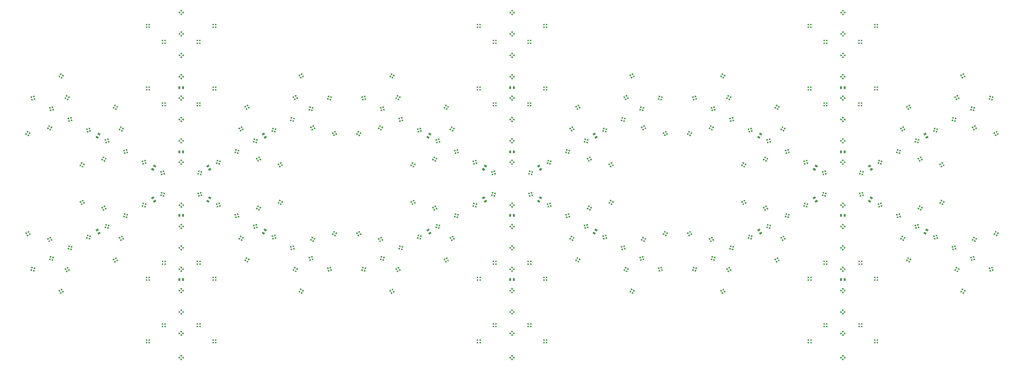
<source format=gbr>
G04 EAGLE Gerber RS-274X export*
G75*
%MOMM*%
%FSLAX34Y34*%
%LPD*%
%INSolderpaste Bottom*%
%IPPOS*%
%AMOC8*
5,1,8,0,0,1.08239X$1,22.5*%
G01*
%ADD10R,0.550000X0.550000*%
%ADD11R,0.550000X0.550000*%
%ADD12R,0.700000X1.000000*%


D10*
G36*
X0Y-89544D02*
X-3889Y-85655D01*
X0Y-81766D01*
X3889Y-85655D01*
X0Y-89544D01*
G37*
G36*
X6718Y-82826D02*
X2829Y-78937D01*
X6718Y-75048D01*
X10607Y-78937D01*
X6718Y-82826D01*
G37*
G36*
X0Y-76109D02*
X-3889Y-72220D01*
X0Y-68331D01*
X3889Y-72220D01*
X0Y-76109D01*
G37*
G36*
X-6718Y-82826D02*
X-10607Y-78937D01*
X-6718Y-75048D01*
X-2829Y-78937D01*
X-6718Y-82826D01*
G37*
G36*
X0Y-168284D02*
X-3889Y-164395D01*
X0Y-160506D01*
X3889Y-164395D01*
X0Y-168284D01*
G37*
G36*
X6718Y-161566D02*
X2829Y-157677D01*
X6718Y-153788D01*
X10607Y-157677D01*
X6718Y-161566D01*
G37*
G36*
X0Y-154849D02*
X-3889Y-150960D01*
X0Y-147071D01*
X3889Y-150960D01*
X0Y-154849D01*
G37*
G36*
X-6718Y-161566D02*
X-10607Y-157677D01*
X-6718Y-153788D01*
X-2829Y-157677D01*
X-6718Y-161566D01*
G37*
G36*
X0Y-246770D02*
X-3889Y-242881D01*
X0Y-238992D01*
X3889Y-242881D01*
X0Y-246770D01*
G37*
G36*
X6718Y-240052D02*
X2829Y-236163D01*
X6718Y-232274D01*
X10607Y-236163D01*
X6718Y-240052D01*
G37*
G36*
X0Y-233335D02*
X-3889Y-229446D01*
X0Y-225557D01*
X3889Y-229446D01*
X0Y-233335D01*
G37*
G36*
X-6718Y-240052D02*
X-10607Y-236163D01*
X-6718Y-232274D01*
X-2829Y-236163D01*
X-6718Y-240052D01*
G37*
D11*
X-68758Y-296031D03*
X-59258Y-296031D03*
X-59258Y-286531D03*
X-68758Y-286531D03*
X-126924Y-354705D03*
X-117424Y-354705D03*
X-117424Y-345205D03*
X-126924Y-345205D03*
X69012Y-296031D03*
X69012Y-286531D03*
X59512Y-286531D03*
X59512Y-296031D03*
D12*
X-7000Y-117017D03*
X7000Y-117017D03*
D11*
X127178Y-354959D03*
X127178Y-345459D03*
X117678Y-345459D03*
X117678Y-354959D03*
D10*
G36*
X0Y-325510D02*
X-3889Y-321621D01*
X0Y-317732D01*
X3889Y-321621D01*
X0Y-325510D01*
G37*
G36*
X6718Y-318792D02*
X2829Y-314903D01*
X6718Y-311014D01*
X10607Y-314903D01*
X6718Y-318792D01*
G37*
G36*
X0Y-312075D02*
X-3889Y-308186D01*
X0Y-304297D01*
X3889Y-308186D01*
X0Y-312075D01*
G37*
G36*
X-6718Y-318792D02*
X-10607Y-314903D01*
X-6718Y-311014D01*
X-2829Y-314903D01*
X-6718Y-318792D01*
G37*
G36*
X0Y-404250D02*
X-3889Y-400361D01*
X0Y-396472D01*
X3889Y-400361D01*
X0Y-404250D01*
G37*
G36*
X6718Y-397532D02*
X2829Y-393643D01*
X6718Y-389754D01*
X10607Y-393643D01*
X6718Y-397532D01*
G37*
G36*
X0Y-390815D02*
X-3889Y-386926D01*
X0Y-383037D01*
X3889Y-386926D01*
X0Y-390815D01*
G37*
G36*
X-6718Y-397532D02*
X-10607Y-393643D01*
X-6718Y-389754D01*
X-2829Y-393643D01*
X-6718Y-397532D01*
G37*
G36*
X0Y-482736D02*
X-3889Y-478847D01*
X0Y-474958D01*
X3889Y-478847D01*
X0Y-482736D01*
G37*
G36*
X6718Y-476018D02*
X2829Y-472129D01*
X6718Y-468240D01*
X10607Y-472129D01*
X6718Y-476018D01*
G37*
G36*
X0Y-469301D02*
X-3889Y-465412D01*
X0Y-461523D01*
X3889Y-465412D01*
X0Y-469301D01*
G37*
G36*
X-6718Y-476018D02*
X-10607Y-472129D01*
X-6718Y-468240D01*
X-2829Y-472129D01*
X-6718Y-476018D01*
G37*
D11*
X-68758Y-526155D03*
X-59258Y-526155D03*
X-59258Y-516655D03*
X-68758Y-516655D03*
X-126924Y-585083D03*
X-117424Y-585083D03*
X-117424Y-575583D03*
X-126924Y-575583D03*
X69012Y-526155D03*
X69012Y-516655D03*
X59512Y-516655D03*
X59512Y-526155D03*
X127178Y-585083D03*
X127178Y-575583D03*
X117678Y-575583D03*
X117678Y-585083D03*
D12*
X-7000Y-352983D03*
X7000Y-352983D03*
D10*
G36*
X0Y-561476D02*
X-3889Y-557587D01*
X0Y-553698D01*
X3889Y-557587D01*
X0Y-561476D01*
G37*
G36*
X6718Y-554758D02*
X2829Y-550869D01*
X6718Y-546980D01*
X10607Y-550869D01*
X6718Y-554758D01*
G37*
G36*
X0Y-548041D02*
X-3889Y-544152D01*
X0Y-540263D01*
X3889Y-544152D01*
X0Y-548041D01*
G37*
G36*
X-6718Y-554758D02*
X-10607Y-550869D01*
X-6718Y-546980D01*
X-2829Y-550869D01*
X-6718Y-554758D01*
G37*
G36*
X-1Y-650707D02*
X-3890Y-646818D01*
X-1Y-642929D01*
X3888Y-646818D01*
X-1Y-650707D01*
G37*
G36*
X6717Y-643990D02*
X2828Y-640101D01*
X6717Y-636212D01*
X10606Y-640101D01*
X6717Y-643990D01*
G37*
G36*
X-1Y-637272D02*
X-3890Y-633383D01*
X-1Y-629494D01*
X3888Y-633383D01*
X-1Y-637272D01*
G37*
G36*
X-6718Y-643990D02*
X-10607Y-640101D01*
X-6718Y-636212D01*
X-2829Y-640101D01*
X-6718Y-643990D01*
G37*
G36*
X-77547Y-44771D02*
X-76123Y-39459D01*
X-70811Y-40883D01*
X-72235Y-46195D01*
X-77547Y-44771D01*
G37*
G36*
X-68371Y-47230D02*
X-66947Y-41918D01*
X-61635Y-43342D01*
X-63059Y-48654D01*
X-68371Y-47230D01*
G37*
G36*
X-65912Y-38054D02*
X-64488Y-32742D01*
X-59176Y-34166D01*
X-60600Y-39478D01*
X-65912Y-38054D01*
G37*
G36*
X-75089Y-35595D02*
X-73665Y-30283D01*
X-68353Y-31707D01*
X-69777Y-37019D01*
X-75089Y-35595D01*
G37*
G36*
X-145738Y-84141D02*
X-144314Y-78829D01*
X-139002Y-80253D01*
X-140426Y-85565D01*
X-145738Y-84141D01*
G37*
G36*
X-136562Y-86600D02*
X-135138Y-81288D01*
X-129826Y-82712D01*
X-131250Y-88024D01*
X-136562Y-86600D01*
G37*
G36*
X-134103Y-77424D02*
X-132679Y-72112D01*
X-127367Y-73536D01*
X-128791Y-78848D01*
X-134103Y-77424D01*
G37*
G36*
X-143279Y-74965D02*
X-141855Y-69653D01*
X-136543Y-71077D01*
X-137967Y-76389D01*
X-143279Y-74965D01*
G37*
G36*
X-213709Y-123384D02*
X-212285Y-118072D01*
X-206973Y-119496D01*
X-208397Y-124808D01*
X-213709Y-123384D01*
G37*
G36*
X-204533Y-125843D02*
X-203109Y-120531D01*
X-197797Y-121955D01*
X-199221Y-127267D01*
X-204533Y-125843D01*
G37*
G36*
X-202074Y-116667D02*
X-200650Y-111355D01*
X-195338Y-112779D01*
X-196762Y-118091D01*
X-202074Y-116667D01*
G37*
G36*
X-211250Y-114208D02*
X-209826Y-108896D01*
X-204514Y-110320D01*
X-205938Y-115632D01*
X-211250Y-114208D01*
G37*
G36*
X-294506Y-87464D02*
X-289744Y-84714D01*
X-286994Y-89476D01*
X-291756Y-92226D01*
X-294506Y-87464D01*
G37*
G36*
X-289756Y-95691D02*
X-284994Y-92941D01*
X-282244Y-97703D01*
X-287006Y-100453D01*
X-289756Y-95691D01*
G37*
G36*
X-281528Y-90941D02*
X-276766Y-88191D01*
X-274016Y-92953D01*
X-278778Y-95703D01*
X-281528Y-90941D01*
G37*
G36*
X-286278Y-82714D02*
X-281516Y-79964D01*
X-278766Y-84726D01*
X-283528Y-87476D01*
X-286278Y-82714D01*
G37*
G36*
X-374402Y-66427D02*
X-369640Y-63677D01*
X-366890Y-68439D01*
X-371652Y-71189D01*
X-374402Y-66427D01*
G37*
G36*
X-369652Y-74655D02*
X-364890Y-71905D01*
X-362140Y-76667D01*
X-366902Y-79417D01*
X-369652Y-74655D01*
G37*
G36*
X-361425Y-69905D02*
X-356663Y-67155D01*
X-353913Y-71917D01*
X-358675Y-74667D01*
X-361425Y-69905D01*
G37*
G36*
X-366175Y-61677D02*
X-361413Y-58927D01*
X-358663Y-63689D01*
X-363425Y-66439D01*
X-366175Y-61677D01*
G37*
G36*
X-222871Y-211538D02*
X-225621Y-206776D01*
X-220859Y-204026D01*
X-218109Y-208788D01*
X-222871Y-211538D01*
G37*
G36*
X-214644Y-206788D02*
X-217394Y-202026D01*
X-212632Y-199276D01*
X-209882Y-204038D01*
X-214644Y-206788D01*
G37*
G36*
X-219394Y-198561D02*
X-222144Y-193799D01*
X-217382Y-191049D01*
X-214632Y-195811D01*
X-219394Y-198561D01*
G37*
G36*
X-227621Y-203311D02*
X-230371Y-198549D01*
X-225609Y-195799D01*
X-222859Y-200561D01*
X-227621Y-203311D01*
G37*
D12*
G36*
X-102260Y-46916D02*
X-98760Y-52978D01*
X-107420Y-57978D01*
X-110920Y-51916D01*
X-102260Y-46916D01*
G37*
G36*
X-95260Y-59040D02*
X-91760Y-65102D01*
X-100420Y-70102D01*
X-103920Y-64040D01*
X-95260Y-59040D01*
G37*
D10*
G36*
X-244821Y-291375D02*
X-247571Y-286613D01*
X-242809Y-283863D01*
X-240059Y-288625D01*
X-244821Y-291375D01*
G37*
G36*
X-236594Y-286625D02*
X-239344Y-281863D01*
X-234582Y-279113D01*
X-231832Y-283875D01*
X-236594Y-286625D01*
G37*
G36*
X-241344Y-278398D02*
X-244094Y-273636D01*
X-239332Y-270886D01*
X-236582Y-275648D01*
X-241344Y-278398D01*
G37*
G36*
X-249571Y-283148D02*
X-252321Y-278386D01*
X-247559Y-275636D01*
X-244809Y-280398D01*
X-249571Y-283148D01*
G37*
G36*
X-281900Y-162754D02*
X-280476Y-157442D01*
X-275164Y-158866D01*
X-276588Y-164178D01*
X-281900Y-162754D01*
G37*
G36*
X-272724Y-165213D02*
X-271300Y-159901D01*
X-265988Y-161325D01*
X-267412Y-166637D01*
X-272724Y-165213D01*
G37*
G36*
X-270265Y-156037D02*
X-268841Y-150725D01*
X-263529Y-152149D01*
X-264953Y-157461D01*
X-270265Y-156037D01*
G37*
G36*
X-279441Y-153578D02*
X-278017Y-148266D01*
X-272705Y-149690D01*
X-274129Y-155002D01*
X-279441Y-153578D01*
G37*
G36*
X-350091Y-202124D02*
X-348667Y-196812D01*
X-343355Y-198236D01*
X-344779Y-203548D01*
X-350091Y-202124D01*
G37*
G36*
X-340914Y-204583D02*
X-339490Y-199271D01*
X-334178Y-200695D01*
X-335602Y-206007D01*
X-340914Y-204583D01*
G37*
G36*
X-338456Y-195407D02*
X-337032Y-190095D01*
X-331720Y-191519D01*
X-333144Y-196831D01*
X-338456Y-195407D01*
G37*
G36*
X-347632Y-192948D02*
X-346208Y-187636D01*
X-340896Y-189060D01*
X-342320Y-194372D01*
X-347632Y-192948D01*
G37*
G36*
X-418062Y-241367D02*
X-416638Y-236055D01*
X-411326Y-237479D01*
X-412750Y-242791D01*
X-418062Y-241367D01*
G37*
G36*
X-408885Y-243826D02*
X-407461Y-238514D01*
X-402149Y-239938D01*
X-403573Y-245250D01*
X-408885Y-243826D01*
G37*
G36*
X-406427Y-234650D02*
X-405003Y-229338D01*
X-399691Y-230762D01*
X-401115Y-236074D01*
X-406427Y-234650D01*
G37*
G36*
X-415603Y-232191D02*
X-414179Y-226879D01*
X-408867Y-228303D01*
X-410291Y-233615D01*
X-415603Y-232191D01*
G37*
G36*
X-493799Y-202526D02*
X-489037Y-199776D01*
X-486287Y-204538D01*
X-491049Y-207288D01*
X-493799Y-202526D01*
G37*
G36*
X-489049Y-210753D02*
X-484287Y-208003D01*
X-481537Y-212765D01*
X-486299Y-215515D01*
X-489049Y-210753D01*
G37*
G36*
X-480822Y-206003D02*
X-476060Y-203253D01*
X-473310Y-208015D01*
X-478072Y-210765D01*
X-480822Y-206003D01*
G37*
G36*
X-485572Y-197776D02*
X-480810Y-195026D01*
X-478060Y-199788D01*
X-482822Y-202538D01*
X-485572Y-197776D01*
G37*
G36*
X-573915Y-181616D02*
X-569153Y-178866D01*
X-566403Y-183628D01*
X-571165Y-186378D01*
X-573915Y-181616D01*
G37*
G36*
X-569165Y-189844D02*
X-564403Y-187094D01*
X-561653Y-191856D01*
X-566415Y-194606D01*
X-569165Y-189844D01*
G37*
G36*
X-560938Y-185094D02*
X-556176Y-182344D01*
X-553426Y-187106D01*
X-558188Y-189856D01*
X-560938Y-185094D01*
G37*
G36*
X-565688Y-176866D02*
X-560926Y-174116D01*
X-558176Y-178878D01*
X-562938Y-181628D01*
X-565688Y-176866D01*
G37*
G36*
X-422164Y-326600D02*
X-424914Y-321838D01*
X-420152Y-319088D01*
X-417402Y-323850D01*
X-422164Y-326600D01*
G37*
G36*
X-413937Y-321850D02*
X-416687Y-317088D01*
X-411925Y-314338D01*
X-409175Y-319100D01*
X-413937Y-321850D01*
G37*
G36*
X-418687Y-313623D02*
X-421437Y-308861D01*
X-416675Y-306111D01*
X-413925Y-310873D01*
X-418687Y-313623D01*
G37*
G36*
X-426914Y-318373D02*
X-429664Y-313611D01*
X-424902Y-310861D01*
X-422152Y-315623D01*
X-426914Y-318373D01*
G37*
G36*
X-444114Y-406437D02*
X-446864Y-401675D01*
X-442102Y-398925D01*
X-439352Y-403687D01*
X-444114Y-406437D01*
G37*
G36*
X-435887Y-401687D02*
X-438637Y-396925D01*
X-433875Y-394175D01*
X-431125Y-398937D01*
X-435887Y-401687D01*
G37*
G36*
X-440637Y-393460D02*
X-443387Y-388698D01*
X-438625Y-385948D01*
X-435875Y-390710D01*
X-440637Y-393460D01*
G37*
G36*
X-448864Y-398210D02*
X-451614Y-393448D01*
X-446852Y-390698D01*
X-444102Y-395460D01*
X-448864Y-398210D01*
G37*
D12*
G36*
X-306613Y-164899D02*
X-303113Y-170961D01*
X-311773Y-175961D01*
X-315273Y-169899D01*
X-306613Y-164899D01*
G37*
G36*
X-299613Y-177023D02*
X-296113Y-183085D01*
X-304773Y-188085D01*
X-308273Y-182023D01*
X-299613Y-177023D01*
G37*
D10*
G36*
X-486252Y-280737D02*
X-484828Y-275425D01*
X-479516Y-276849D01*
X-480940Y-282161D01*
X-486252Y-280737D01*
G37*
G36*
X-477076Y-283196D02*
X-475652Y-277884D01*
X-470340Y-279308D01*
X-471764Y-284620D01*
X-477076Y-283196D01*
G37*
G36*
X-474617Y-274020D02*
X-473193Y-268708D01*
X-467881Y-270132D01*
X-469305Y-275444D01*
X-474617Y-274020D01*
G37*
G36*
X-483794Y-271561D02*
X-482370Y-266249D01*
X-477058Y-267673D01*
X-478482Y-272985D01*
X-483794Y-271561D01*
G37*
G36*
X-554443Y-320107D02*
X-553019Y-314795D01*
X-547707Y-316219D01*
X-549131Y-321531D01*
X-554443Y-320107D01*
G37*
G36*
X-545267Y-322566D02*
X-543843Y-317254D01*
X-538531Y-318678D01*
X-539955Y-323990D01*
X-545267Y-322566D01*
G37*
G36*
X-542808Y-313390D02*
X-541384Y-308078D01*
X-536072Y-309502D01*
X-537496Y-314814D01*
X-542808Y-313390D01*
G37*
G36*
X-551985Y-310931D02*
X-550561Y-305619D01*
X-545249Y-307043D01*
X-546673Y-312355D01*
X-551985Y-310931D01*
G37*
G36*
X-77547Y44771D02*
X-72235Y46195D01*
X-70811Y40883D01*
X-76123Y39459D01*
X-77547Y44771D01*
G37*
G36*
X-75089Y35595D02*
X-69777Y37019D01*
X-68353Y31707D01*
X-73665Y30283D01*
X-75089Y35595D01*
G37*
G36*
X-65912Y38054D02*
X-60600Y39478D01*
X-59176Y34166D01*
X-64488Y32742D01*
X-65912Y38054D01*
G37*
G36*
X-68371Y47230D02*
X-63059Y48654D01*
X-61635Y43342D01*
X-66947Y41918D01*
X-68371Y47230D01*
G37*
G36*
X-145738Y84141D02*
X-140426Y85565D01*
X-139002Y80253D01*
X-144314Y78829D01*
X-145738Y84141D01*
G37*
G36*
X-143279Y74965D02*
X-137967Y76389D01*
X-136543Y71077D01*
X-141855Y69653D01*
X-143279Y74965D01*
G37*
G36*
X-134103Y77424D02*
X-128791Y78848D01*
X-127367Y73536D01*
X-132679Y72112D01*
X-134103Y77424D01*
G37*
G36*
X-136562Y86600D02*
X-131250Y88024D01*
X-129826Y82712D01*
X-135138Y81288D01*
X-136562Y86600D01*
G37*
G36*
X-213709Y123384D02*
X-208397Y124808D01*
X-206973Y119496D01*
X-212285Y118072D01*
X-213709Y123384D01*
G37*
G36*
X-211250Y114208D02*
X-205938Y115632D01*
X-204514Y110320D01*
X-209826Y108896D01*
X-211250Y114208D01*
G37*
G36*
X-202074Y116667D02*
X-196762Y118091D01*
X-195338Y112779D01*
X-200650Y111355D01*
X-202074Y116667D01*
G37*
G36*
X-204533Y125843D02*
X-199221Y127267D01*
X-197797Y121955D01*
X-203109Y120531D01*
X-204533Y125843D01*
G37*
G36*
X-222998Y211318D02*
X-218236Y208568D01*
X-220986Y203806D01*
X-225748Y206556D01*
X-222998Y211318D01*
G37*
G36*
X-227748Y203091D02*
X-222986Y200341D01*
X-225736Y195579D01*
X-230498Y198329D01*
X-227748Y203091D01*
G37*
G36*
X-219521Y198341D02*
X-214759Y195591D01*
X-217509Y190829D01*
X-222271Y193579D01*
X-219521Y198341D01*
G37*
G36*
X-214771Y206568D02*
X-210009Y203818D01*
X-212759Y199056D01*
X-217521Y201806D01*
X-214771Y206568D01*
G37*
G36*
X-244728Y291028D02*
X-239966Y288278D01*
X-242716Y283516D01*
X-247478Y286266D01*
X-244728Y291028D01*
G37*
G36*
X-249478Y282801D02*
X-244716Y280051D01*
X-247466Y275289D01*
X-252228Y278039D01*
X-249478Y282801D01*
G37*
G36*
X-241251Y278051D02*
X-236489Y275301D01*
X-239239Y270539D01*
X-244001Y273289D01*
X-241251Y278051D01*
G37*
G36*
X-236501Y286278D02*
X-231739Y283528D01*
X-234489Y278766D01*
X-239251Y281516D01*
X-236501Y286278D01*
G37*
G36*
X-294633Y87244D02*
X-291883Y92006D01*
X-287121Y89256D01*
X-289871Y84494D01*
X-294633Y87244D01*
G37*
G36*
X-286406Y82494D02*
X-283656Y87256D01*
X-278894Y84506D01*
X-281644Y79744D01*
X-286406Y82494D01*
G37*
G36*
X-281656Y90721D02*
X-278906Y95483D01*
X-274144Y92733D01*
X-276894Y87971D01*
X-281656Y90721D01*
G37*
G36*
X-289883Y95471D02*
X-287133Y100233D01*
X-282371Y97483D01*
X-285121Y92721D01*
X-289883Y95471D01*
G37*
D12*
G36*
X-91760Y65102D02*
X-95260Y59040D01*
X-103920Y64040D01*
X-100420Y70102D01*
X-91760Y65102D01*
G37*
G36*
X-98760Y52978D02*
X-102260Y46916D01*
X-110920Y51916D01*
X-107420Y57978D01*
X-98760Y52978D01*
G37*
D10*
G36*
X-374749Y66334D02*
X-371999Y71096D01*
X-367237Y68346D01*
X-369987Y63584D01*
X-374749Y66334D01*
G37*
G36*
X-366522Y61584D02*
X-363772Y66346D01*
X-359010Y63596D01*
X-361760Y58834D01*
X-366522Y61584D01*
G37*
G36*
X-361772Y69812D02*
X-359022Y74574D01*
X-354260Y71824D01*
X-357010Y67062D01*
X-361772Y69812D01*
G37*
G36*
X-369999Y74562D02*
X-367249Y79324D01*
X-362487Y76574D01*
X-365237Y71812D01*
X-369999Y74562D01*
G37*
G36*
X-281900Y162754D02*
X-276588Y164178D01*
X-275164Y158866D01*
X-280476Y157442D01*
X-281900Y162754D01*
G37*
G36*
X-279441Y153578D02*
X-274129Y155002D01*
X-272705Y149690D01*
X-278017Y148266D01*
X-279441Y153578D01*
G37*
G36*
X-270265Y156037D02*
X-264953Y157461D01*
X-263529Y152149D01*
X-268841Y150725D01*
X-270265Y156037D01*
G37*
G36*
X-272724Y165213D02*
X-267412Y166637D01*
X-265988Y161325D01*
X-271300Y159901D01*
X-272724Y165213D01*
G37*
G36*
X-350091Y202124D02*
X-344779Y203548D01*
X-343355Y198236D01*
X-348667Y196812D01*
X-350091Y202124D01*
G37*
G36*
X-347632Y192948D02*
X-342320Y194372D01*
X-340896Y189060D01*
X-346208Y187636D01*
X-347632Y192948D01*
G37*
G36*
X-338456Y195407D02*
X-333144Y196831D01*
X-331720Y191519D01*
X-337032Y190095D01*
X-338456Y195407D01*
G37*
G36*
X-340914Y204583D02*
X-335602Y206007D01*
X-334178Y200695D01*
X-339490Y199271D01*
X-340914Y204583D01*
G37*
G36*
X-418062Y241367D02*
X-412750Y242791D01*
X-411326Y237479D01*
X-416638Y236055D01*
X-418062Y241367D01*
G37*
G36*
X-415603Y232191D02*
X-410291Y233615D01*
X-408867Y228303D01*
X-414179Y226879D01*
X-415603Y232191D01*
G37*
G36*
X-406427Y234650D02*
X-401115Y236074D01*
X-399691Y230762D01*
X-405003Y229338D01*
X-406427Y234650D01*
G37*
G36*
X-408885Y243826D02*
X-403573Y245250D01*
X-402149Y239938D01*
X-407461Y238514D01*
X-408885Y243826D01*
G37*
G36*
X-422291Y326380D02*
X-417529Y323630D01*
X-420279Y318868D01*
X-425041Y321618D01*
X-422291Y326380D01*
G37*
G36*
X-427041Y318153D02*
X-422279Y315403D01*
X-425029Y310641D01*
X-429791Y313391D01*
X-427041Y318153D01*
G37*
G36*
X-418814Y313403D02*
X-414052Y310653D01*
X-416802Y305891D01*
X-421564Y308641D01*
X-418814Y313403D01*
G37*
G36*
X-414064Y321630D02*
X-409302Y318880D01*
X-412052Y314118D01*
X-416814Y316868D01*
X-414064Y321630D01*
G37*
G36*
X-444241Y406217D02*
X-439479Y403467D01*
X-442229Y398705D01*
X-446991Y401455D01*
X-444241Y406217D01*
G37*
G36*
X-448991Y397990D02*
X-444229Y395240D01*
X-446979Y390478D01*
X-451741Y393228D01*
X-448991Y397990D01*
G37*
G36*
X-440764Y393240D02*
X-436002Y390490D01*
X-438752Y385728D01*
X-443514Y388478D01*
X-440764Y393240D01*
G37*
G36*
X-436014Y401467D02*
X-431252Y398717D01*
X-434002Y393955D01*
X-438764Y396705D01*
X-436014Y401467D01*
G37*
G36*
X-493926Y202306D02*
X-491176Y207068D01*
X-486414Y204318D01*
X-489164Y199556D01*
X-493926Y202306D01*
G37*
G36*
X-485699Y197556D02*
X-482949Y202318D01*
X-478187Y199568D01*
X-480937Y194806D01*
X-485699Y197556D01*
G37*
G36*
X-480949Y205783D02*
X-478199Y210545D01*
X-473437Y207795D01*
X-476187Y203033D01*
X-480949Y205783D01*
G37*
G36*
X-489176Y210533D02*
X-486426Y215295D01*
X-481664Y212545D01*
X-484414Y207783D01*
X-489176Y210533D01*
G37*
G36*
X-574042Y181396D02*
X-571292Y186158D01*
X-566530Y183408D01*
X-569280Y178646D01*
X-574042Y181396D01*
G37*
G36*
X-565815Y176646D02*
X-563065Y181408D01*
X-558303Y178658D01*
X-561053Y173896D01*
X-565815Y176646D01*
G37*
G36*
X-561065Y184874D02*
X-558315Y189636D01*
X-553553Y186886D01*
X-556303Y182124D01*
X-561065Y184874D01*
G37*
G36*
X-569292Y189624D02*
X-566542Y194386D01*
X-561780Y191636D01*
X-564530Y186874D01*
X-569292Y189624D01*
G37*
D12*
G36*
X-296113Y183085D02*
X-299613Y177023D01*
X-308273Y182023D01*
X-304773Y188085D01*
X-296113Y183085D01*
G37*
G36*
X-303113Y170961D02*
X-306613Y164899D01*
X-315273Y169899D01*
X-311773Y175961D01*
X-303113Y170961D01*
G37*
D10*
G36*
X-486253Y280737D02*
X-480941Y282161D01*
X-479517Y276849D01*
X-484829Y275425D01*
X-486253Y280737D01*
G37*
G36*
X-483794Y271561D02*
X-478482Y272985D01*
X-477058Y267673D01*
X-482370Y266249D01*
X-483794Y271561D01*
G37*
G36*
X-474617Y274020D02*
X-469305Y275444D01*
X-467881Y270132D01*
X-473193Y268708D01*
X-474617Y274020D01*
G37*
G36*
X-477076Y283196D02*
X-471764Y284620D01*
X-470340Y279308D01*
X-475652Y277884D01*
X-477076Y283196D01*
G37*
G36*
X-554443Y320107D02*
X-549131Y321531D01*
X-547707Y316219D01*
X-553019Y314795D01*
X-554443Y320107D01*
G37*
G36*
X-551985Y310931D02*
X-546673Y312355D01*
X-545249Y307043D01*
X-550561Y305619D01*
X-551985Y310931D01*
G37*
G36*
X-542808Y313390D02*
X-537496Y314814D01*
X-536072Y309502D01*
X-541384Y308078D01*
X-542808Y313390D01*
G37*
G36*
X-545267Y322566D02*
X-539955Y323990D01*
X-538531Y318678D01*
X-543843Y317254D01*
X-545267Y322566D01*
G37*
G36*
X0Y89544D02*
X3889Y85655D01*
X0Y81766D01*
X-3889Y85655D01*
X0Y89544D01*
G37*
G36*
X-6718Y82826D02*
X-2829Y78937D01*
X-6718Y75048D01*
X-10607Y78937D01*
X-6718Y82826D01*
G37*
G36*
X0Y76109D02*
X3889Y72220D01*
X0Y68331D01*
X-3889Y72220D01*
X0Y76109D01*
G37*
G36*
X6718Y82826D02*
X10607Y78937D01*
X6718Y75048D01*
X2829Y78937D01*
X6718Y82826D01*
G37*
G36*
X0Y168284D02*
X3889Y164395D01*
X0Y160506D01*
X-3889Y164395D01*
X0Y168284D01*
G37*
G36*
X-6718Y161566D02*
X-2829Y157677D01*
X-6718Y153788D01*
X-10607Y157677D01*
X-6718Y161566D01*
G37*
G36*
X0Y154849D02*
X3889Y150960D01*
X0Y147071D01*
X-3889Y150960D01*
X0Y154849D01*
G37*
G36*
X6718Y161566D02*
X10607Y157677D01*
X6718Y153788D01*
X2829Y157677D01*
X6718Y161566D01*
G37*
G36*
X0Y246770D02*
X3889Y242881D01*
X0Y238992D01*
X-3889Y242881D01*
X0Y246770D01*
G37*
G36*
X-6718Y240052D02*
X-2829Y236163D01*
X-6718Y232274D01*
X-10607Y236163D01*
X-6718Y240052D01*
G37*
G36*
X0Y233335D02*
X3889Y229446D01*
X0Y225557D01*
X-3889Y229446D01*
X0Y233335D01*
G37*
G36*
X6718Y240052D02*
X10607Y236163D01*
X6718Y232274D01*
X2829Y236163D01*
X6718Y240052D01*
G37*
D11*
X68758Y296031D03*
X59258Y296031D03*
X59258Y286531D03*
X68758Y286531D03*
X126924Y354705D03*
X117424Y354705D03*
X117424Y345205D03*
X126924Y345205D03*
X-69012Y296031D03*
X-69012Y286531D03*
X-59512Y286531D03*
X-59512Y296031D03*
D12*
X7000Y117017D03*
X-7000Y117017D03*
D11*
X-127178Y354959D03*
X-127178Y345459D03*
X-117678Y345459D03*
X-117678Y354959D03*
D10*
G36*
X0Y325510D02*
X3889Y321621D01*
X0Y317732D01*
X-3889Y321621D01*
X0Y325510D01*
G37*
G36*
X-6718Y318792D02*
X-2829Y314903D01*
X-6718Y311014D01*
X-10607Y314903D01*
X-6718Y318792D01*
G37*
G36*
X0Y312075D02*
X3889Y308186D01*
X0Y304297D01*
X-3889Y308186D01*
X0Y312075D01*
G37*
G36*
X6718Y318792D02*
X10607Y314903D01*
X6718Y311014D01*
X2829Y314903D01*
X6718Y318792D01*
G37*
G36*
X0Y404250D02*
X3889Y400361D01*
X0Y396472D01*
X-3889Y400361D01*
X0Y404250D01*
G37*
G36*
X-6718Y397532D02*
X-2829Y393643D01*
X-6718Y389754D01*
X-10607Y393643D01*
X-6718Y397532D01*
G37*
G36*
X0Y390815D02*
X3889Y386926D01*
X0Y383037D01*
X-3889Y386926D01*
X0Y390815D01*
G37*
G36*
X6718Y397532D02*
X10607Y393643D01*
X6718Y389754D01*
X2829Y393643D01*
X6718Y397532D01*
G37*
G36*
X0Y482736D02*
X3889Y478847D01*
X0Y474958D01*
X-3889Y478847D01*
X0Y482736D01*
G37*
G36*
X-6718Y476018D02*
X-2829Y472129D01*
X-6718Y468240D01*
X-10607Y472129D01*
X-6718Y476018D01*
G37*
G36*
X0Y469301D02*
X3889Y465412D01*
X0Y461523D01*
X-3889Y465412D01*
X0Y469301D01*
G37*
G36*
X6718Y476018D02*
X10607Y472129D01*
X6718Y468240D01*
X2829Y472129D01*
X6718Y476018D01*
G37*
D11*
X68758Y526155D03*
X59258Y526155D03*
X59258Y516655D03*
X68758Y516655D03*
X126924Y585083D03*
X117424Y585083D03*
X117424Y575583D03*
X126924Y575583D03*
X-69012Y526155D03*
X-69012Y516655D03*
X-59512Y516655D03*
X-59512Y526155D03*
X-127178Y585083D03*
X-127178Y575583D03*
X-117678Y575583D03*
X-117678Y585083D03*
D12*
X7000Y352983D03*
X-7000Y352983D03*
D10*
G36*
X0Y561476D02*
X3889Y557587D01*
X0Y553698D01*
X-3889Y557587D01*
X0Y561476D01*
G37*
G36*
X-6718Y554758D02*
X-2829Y550869D01*
X-6718Y546980D01*
X-10607Y550869D01*
X-6718Y554758D01*
G37*
G36*
X0Y548041D02*
X3889Y544152D01*
X0Y540263D01*
X-3889Y544152D01*
X0Y548041D01*
G37*
G36*
X6718Y554758D02*
X10607Y550869D01*
X6718Y546980D01*
X2829Y550869D01*
X6718Y554758D01*
G37*
G36*
X0Y640216D02*
X3889Y636327D01*
X0Y632438D01*
X-3889Y636327D01*
X0Y640216D01*
G37*
G36*
X-6718Y633498D02*
X-2829Y629609D01*
X-6718Y625720D01*
X-10607Y629609D01*
X-6718Y633498D01*
G37*
G36*
X0Y626781D02*
X3889Y622892D01*
X0Y619003D01*
X-3889Y622892D01*
X0Y626781D01*
G37*
G36*
X6718Y633498D02*
X10607Y629609D01*
X6718Y625720D01*
X2829Y629609D01*
X6718Y633498D01*
G37*
G36*
X77547Y44771D02*
X76123Y39459D01*
X70811Y40883D01*
X72235Y46195D01*
X77547Y44771D01*
G37*
G36*
X68371Y47230D02*
X66947Y41918D01*
X61635Y43342D01*
X63059Y48654D01*
X68371Y47230D01*
G37*
G36*
X65912Y38054D02*
X64488Y32742D01*
X59176Y34166D01*
X60600Y39478D01*
X65912Y38054D01*
G37*
G36*
X75089Y35595D02*
X73665Y30283D01*
X68353Y31707D01*
X69777Y37019D01*
X75089Y35595D01*
G37*
G36*
X145738Y84141D02*
X144314Y78829D01*
X139002Y80253D01*
X140426Y85565D01*
X145738Y84141D01*
G37*
G36*
X136562Y86600D02*
X135138Y81288D01*
X129826Y82712D01*
X131250Y88024D01*
X136562Y86600D01*
G37*
G36*
X134103Y77424D02*
X132679Y72112D01*
X127367Y73536D01*
X128791Y78848D01*
X134103Y77424D01*
G37*
G36*
X143280Y74965D02*
X141856Y69653D01*
X136544Y71077D01*
X137968Y76389D01*
X143280Y74965D01*
G37*
G36*
X213709Y123384D02*
X212285Y118072D01*
X206973Y119496D01*
X208397Y124808D01*
X213709Y123384D01*
G37*
G36*
X204533Y125843D02*
X203109Y120531D01*
X197797Y121955D01*
X199221Y127267D01*
X204533Y125843D01*
G37*
G36*
X202074Y116667D02*
X200650Y111355D01*
X195338Y112779D01*
X196762Y118091D01*
X202074Y116667D01*
G37*
G36*
X211250Y114208D02*
X209826Y108896D01*
X204514Y110320D01*
X205938Y115632D01*
X211250Y114208D01*
G37*
G36*
X294506Y87464D02*
X289744Y84714D01*
X286994Y89476D01*
X291756Y92226D01*
X294506Y87464D01*
G37*
G36*
X289756Y95691D02*
X284994Y92941D01*
X282244Y97703D01*
X287006Y100453D01*
X289756Y95691D01*
G37*
G36*
X281529Y90941D02*
X276767Y88191D01*
X274017Y92953D01*
X278779Y95703D01*
X281529Y90941D01*
G37*
G36*
X286279Y82714D02*
X281517Y79964D01*
X278767Y84726D01*
X283529Y87476D01*
X286279Y82714D01*
G37*
G36*
X374402Y66427D02*
X369640Y63677D01*
X366890Y68439D01*
X371652Y71189D01*
X374402Y66427D01*
G37*
G36*
X369652Y74655D02*
X364890Y71905D01*
X362140Y76667D01*
X366902Y79417D01*
X369652Y74655D01*
G37*
G36*
X361425Y69905D02*
X356663Y67155D01*
X353913Y71917D01*
X358675Y74667D01*
X361425Y69905D01*
G37*
G36*
X366175Y61677D02*
X361413Y58927D01*
X358663Y63689D01*
X363425Y66439D01*
X366175Y61677D01*
G37*
G36*
X222871Y211538D02*
X225621Y206776D01*
X220859Y204026D01*
X218109Y208788D01*
X222871Y211538D01*
G37*
G36*
X214644Y206788D02*
X217394Y202026D01*
X212632Y199276D01*
X209882Y204038D01*
X214644Y206788D01*
G37*
G36*
X219394Y198561D02*
X222144Y193799D01*
X217382Y191049D01*
X214632Y195811D01*
X219394Y198561D01*
G37*
G36*
X227621Y203311D02*
X230371Y198549D01*
X225609Y195799D01*
X222859Y200561D01*
X227621Y203311D01*
G37*
D12*
G36*
X102260Y46916D02*
X98760Y52978D01*
X107420Y57978D01*
X110920Y51916D01*
X102260Y46916D01*
G37*
G36*
X95260Y59040D02*
X91760Y65102D01*
X100420Y70102D01*
X103920Y64040D01*
X95260Y59040D01*
G37*
D10*
G36*
X244821Y291375D02*
X247571Y286613D01*
X242809Y283863D01*
X240059Y288625D01*
X244821Y291375D01*
G37*
G36*
X236594Y286625D02*
X239344Y281863D01*
X234582Y279113D01*
X231832Y283875D01*
X236594Y286625D01*
G37*
G36*
X241344Y278398D02*
X244094Y273636D01*
X239332Y270886D01*
X236582Y275648D01*
X241344Y278398D01*
G37*
G36*
X249571Y283148D02*
X252321Y278386D01*
X247559Y275636D01*
X244809Y280398D01*
X249571Y283148D01*
G37*
G36*
X281900Y162754D02*
X280476Y157442D01*
X275164Y158866D01*
X276588Y164178D01*
X281900Y162754D01*
G37*
G36*
X272724Y165213D02*
X271300Y159901D01*
X265988Y161325D01*
X267412Y166637D01*
X272724Y165213D01*
G37*
G36*
X270265Y156037D02*
X268841Y150725D01*
X263529Y152149D01*
X264953Y157461D01*
X270265Y156037D01*
G37*
G36*
X279441Y153578D02*
X278017Y148266D01*
X272705Y149690D01*
X274129Y155002D01*
X279441Y153578D01*
G37*
G36*
X350091Y202124D02*
X348667Y196812D01*
X343355Y198236D01*
X344779Y203548D01*
X350091Y202124D01*
G37*
G36*
X340915Y204583D02*
X339491Y199271D01*
X334179Y200695D01*
X335603Y206007D01*
X340915Y204583D01*
G37*
G36*
X338456Y195407D02*
X337032Y190095D01*
X331720Y191519D01*
X333144Y196831D01*
X338456Y195407D01*
G37*
G36*
X347632Y192948D02*
X346208Y187636D01*
X340896Y189060D01*
X342320Y194372D01*
X347632Y192948D01*
G37*
G36*
X418062Y241367D02*
X416638Y236055D01*
X411326Y237479D01*
X412750Y242791D01*
X418062Y241367D01*
G37*
G36*
X408885Y243826D02*
X407461Y238514D01*
X402149Y239938D01*
X403573Y245250D01*
X408885Y243826D01*
G37*
G36*
X406427Y234650D02*
X405003Y229338D01*
X399691Y230762D01*
X401115Y236074D01*
X406427Y234650D01*
G37*
G36*
X415603Y232191D02*
X414179Y226879D01*
X408867Y228303D01*
X410291Y233615D01*
X415603Y232191D01*
G37*
G36*
X493799Y202526D02*
X489037Y199776D01*
X486287Y204538D01*
X491049Y207288D01*
X493799Y202526D01*
G37*
G36*
X489049Y210753D02*
X484287Y208003D01*
X481537Y212765D01*
X486299Y215515D01*
X489049Y210753D01*
G37*
G36*
X480822Y206003D02*
X476060Y203253D01*
X473310Y208015D01*
X478072Y210765D01*
X480822Y206003D01*
G37*
G36*
X485572Y197776D02*
X480810Y195026D01*
X478060Y199788D01*
X482822Y202538D01*
X485572Y197776D01*
G37*
G36*
X573915Y181616D02*
X569153Y178866D01*
X566403Y183628D01*
X571165Y186378D01*
X573915Y181616D01*
G37*
G36*
X569165Y189844D02*
X564403Y187094D01*
X561653Y191856D01*
X566415Y194606D01*
X569165Y189844D01*
G37*
G36*
X560938Y185094D02*
X556176Y182344D01*
X553426Y187106D01*
X558188Y189856D01*
X560938Y185094D01*
G37*
G36*
X565688Y176866D02*
X560926Y174116D01*
X558176Y178878D01*
X562938Y181628D01*
X565688Y176866D01*
G37*
G36*
X422164Y326600D02*
X424914Y321838D01*
X420152Y319088D01*
X417402Y323850D01*
X422164Y326600D01*
G37*
G36*
X413937Y321850D02*
X416687Y317088D01*
X411925Y314338D01*
X409175Y319100D01*
X413937Y321850D01*
G37*
G36*
X418687Y313623D02*
X421437Y308861D01*
X416675Y306111D01*
X413925Y310873D01*
X418687Y313623D01*
G37*
G36*
X426914Y318373D02*
X429664Y313611D01*
X424902Y310861D01*
X422152Y315623D01*
X426914Y318373D01*
G37*
G36*
X444114Y406437D02*
X446864Y401675D01*
X442102Y398925D01*
X439352Y403687D01*
X444114Y406437D01*
G37*
G36*
X435887Y401687D02*
X438637Y396925D01*
X433875Y394175D01*
X431125Y398937D01*
X435887Y401687D01*
G37*
G36*
X440637Y393460D02*
X443387Y388698D01*
X438625Y385948D01*
X435875Y390710D01*
X440637Y393460D01*
G37*
G36*
X448864Y398210D02*
X451614Y393448D01*
X446852Y390698D01*
X444102Y395460D01*
X448864Y398210D01*
G37*
D12*
G36*
X306613Y164899D02*
X303113Y170961D01*
X311773Y175961D01*
X315273Y169899D01*
X306613Y164899D01*
G37*
G36*
X299613Y177023D02*
X296113Y183085D01*
X304773Y188085D01*
X308273Y182023D01*
X299613Y177023D01*
G37*
D10*
G36*
X486253Y280737D02*
X484829Y275425D01*
X479517Y276849D01*
X480941Y282161D01*
X486253Y280737D01*
G37*
G36*
X477076Y283196D02*
X475652Y277884D01*
X470340Y279308D01*
X471764Y284620D01*
X477076Y283196D01*
G37*
G36*
X474617Y274020D02*
X473193Y268708D01*
X467881Y270132D01*
X469305Y275444D01*
X474617Y274020D01*
G37*
G36*
X483794Y271561D02*
X482370Y266249D01*
X477058Y267673D01*
X478482Y272985D01*
X483794Y271561D01*
G37*
G36*
X554443Y320107D02*
X553019Y314795D01*
X547707Y316219D01*
X549131Y321531D01*
X554443Y320107D01*
G37*
G36*
X545267Y322566D02*
X543843Y317254D01*
X538531Y318678D01*
X539955Y323990D01*
X545267Y322566D01*
G37*
G36*
X542808Y313390D02*
X541384Y308078D01*
X536072Y309502D01*
X537496Y314814D01*
X542808Y313390D01*
G37*
G36*
X551985Y310931D02*
X550561Y305619D01*
X545249Y307043D01*
X546673Y312355D01*
X551985Y310931D01*
G37*
G36*
X77547Y-44772D02*
X72235Y-46196D01*
X70811Y-40884D01*
X76123Y-39460D01*
X77547Y-44772D01*
G37*
G36*
X75089Y-35595D02*
X69777Y-37019D01*
X68353Y-31707D01*
X73665Y-30283D01*
X75089Y-35595D01*
G37*
G36*
X65912Y-38054D02*
X60600Y-39478D01*
X59176Y-34166D01*
X64488Y-32742D01*
X65912Y-38054D01*
G37*
G36*
X68371Y-47230D02*
X63059Y-48654D01*
X61635Y-43342D01*
X66947Y-41918D01*
X68371Y-47230D01*
G37*
G36*
X145738Y-84142D02*
X140426Y-85566D01*
X139002Y-80254D01*
X144314Y-78830D01*
X145738Y-84142D01*
G37*
G36*
X143280Y-74965D02*
X137968Y-76389D01*
X136544Y-71077D01*
X141856Y-69653D01*
X143280Y-74965D01*
G37*
G36*
X134103Y-77424D02*
X128791Y-78848D01*
X127367Y-73536D01*
X132679Y-72112D01*
X134103Y-77424D01*
G37*
G36*
X136562Y-86600D02*
X131250Y-88024D01*
X129826Y-82712D01*
X135138Y-81288D01*
X136562Y-86600D01*
G37*
G36*
X213709Y-123385D02*
X208397Y-124809D01*
X206973Y-119497D01*
X212285Y-118073D01*
X213709Y-123385D01*
G37*
G36*
X211250Y-114208D02*
X205938Y-115632D01*
X204514Y-110320D01*
X209826Y-108896D01*
X211250Y-114208D01*
G37*
G36*
X202074Y-116667D02*
X196762Y-118091D01*
X195338Y-112779D01*
X200650Y-111355D01*
X202074Y-116667D01*
G37*
G36*
X204533Y-125843D02*
X199221Y-127267D01*
X197797Y-121955D01*
X203109Y-120531D01*
X204533Y-125843D01*
G37*
G36*
X222998Y-211318D02*
X218236Y-208568D01*
X220986Y-203806D01*
X225748Y-206556D01*
X222998Y-211318D01*
G37*
G36*
X227748Y-203091D02*
X222986Y-200341D01*
X225736Y-195579D01*
X230498Y-198329D01*
X227748Y-203091D01*
G37*
G36*
X219521Y-198341D02*
X214759Y-195591D01*
X217509Y-190829D01*
X222271Y-193579D01*
X219521Y-198341D01*
G37*
G36*
X214771Y-206568D02*
X210009Y-203818D01*
X212759Y-199056D01*
X217521Y-201806D01*
X214771Y-206568D01*
G37*
G36*
X244728Y-291028D02*
X239966Y-288278D01*
X242716Y-283516D01*
X247478Y-286266D01*
X244728Y-291028D01*
G37*
G36*
X249478Y-282801D02*
X244716Y-280051D01*
X247466Y-275289D01*
X252228Y-278039D01*
X249478Y-282801D01*
G37*
G36*
X241251Y-278051D02*
X236489Y-275301D01*
X239239Y-270539D01*
X244001Y-273289D01*
X241251Y-278051D01*
G37*
G36*
X236501Y-286278D02*
X231739Y-283528D01*
X234489Y-278766D01*
X239251Y-281516D01*
X236501Y-286278D01*
G37*
G36*
X294633Y-87244D02*
X291883Y-92006D01*
X287121Y-89256D01*
X289871Y-84494D01*
X294633Y-87244D01*
G37*
G36*
X286406Y-82494D02*
X283656Y-87256D01*
X278894Y-84506D01*
X281644Y-79744D01*
X286406Y-82494D01*
G37*
G36*
X281656Y-90721D02*
X278906Y-95483D01*
X274144Y-92733D01*
X276894Y-87971D01*
X281656Y-90721D01*
G37*
G36*
X289883Y-95471D02*
X287133Y-100233D01*
X282371Y-97483D01*
X285121Y-92721D01*
X289883Y-95471D01*
G37*
D12*
G36*
X91760Y-65102D02*
X95260Y-59040D01*
X103920Y-64040D01*
X100420Y-70102D01*
X91760Y-65102D01*
G37*
G36*
X98760Y-52978D02*
X102260Y-46916D01*
X110920Y-51916D01*
X107420Y-57978D01*
X98760Y-52978D01*
G37*
D10*
G36*
X374749Y-66334D02*
X371999Y-71096D01*
X367237Y-68346D01*
X369987Y-63584D01*
X374749Y-66334D01*
G37*
G36*
X366522Y-61584D02*
X363772Y-66346D01*
X359010Y-63596D01*
X361760Y-58834D01*
X366522Y-61584D01*
G37*
G36*
X361772Y-69812D02*
X359022Y-74574D01*
X354260Y-71824D01*
X357010Y-67062D01*
X361772Y-69812D01*
G37*
G36*
X369999Y-74562D02*
X367249Y-79324D01*
X362487Y-76574D01*
X365237Y-71812D01*
X369999Y-74562D01*
G37*
G36*
X281900Y-162755D02*
X276588Y-164179D01*
X275164Y-158867D01*
X280476Y-157443D01*
X281900Y-162755D01*
G37*
G36*
X279441Y-153578D02*
X274129Y-155002D01*
X272705Y-149690D01*
X278017Y-148266D01*
X279441Y-153578D01*
G37*
G36*
X270265Y-156037D02*
X264953Y-157461D01*
X263529Y-152149D01*
X268841Y-150725D01*
X270265Y-156037D01*
G37*
G36*
X272724Y-165213D02*
X267412Y-166637D01*
X265988Y-161325D01*
X271300Y-159901D01*
X272724Y-165213D01*
G37*
G36*
X350091Y-202125D02*
X344779Y-203549D01*
X343355Y-198237D01*
X348667Y-196813D01*
X350091Y-202125D01*
G37*
G36*
X347632Y-192948D02*
X342320Y-194372D01*
X340896Y-189060D01*
X346208Y-187636D01*
X347632Y-192948D01*
G37*
G36*
X338456Y-195407D02*
X333144Y-196831D01*
X331720Y-191519D01*
X337032Y-190095D01*
X338456Y-195407D01*
G37*
G36*
X340915Y-204583D02*
X335603Y-206007D01*
X334179Y-200695D01*
X339491Y-199271D01*
X340915Y-204583D01*
G37*
G36*
X418062Y-241368D02*
X412750Y-242792D01*
X411326Y-237480D01*
X416638Y-236056D01*
X418062Y-241368D01*
G37*
G36*
X415603Y-232191D02*
X410291Y-233615D01*
X408867Y-228303D01*
X414179Y-226879D01*
X415603Y-232191D01*
G37*
G36*
X406427Y-234650D02*
X401115Y-236074D01*
X399691Y-230762D01*
X405003Y-229338D01*
X406427Y-234650D01*
G37*
G36*
X408885Y-243826D02*
X403573Y-245250D01*
X402149Y-239938D01*
X407461Y-238514D01*
X408885Y-243826D01*
G37*
G36*
X422291Y-326380D02*
X417529Y-323630D01*
X420279Y-318868D01*
X425041Y-321618D01*
X422291Y-326380D01*
G37*
G36*
X427041Y-318153D02*
X422279Y-315403D01*
X425029Y-310641D01*
X429791Y-313391D01*
X427041Y-318153D01*
G37*
G36*
X418814Y-313403D02*
X414052Y-310653D01*
X416802Y-305891D01*
X421564Y-308641D01*
X418814Y-313403D01*
G37*
G36*
X414064Y-321630D02*
X409302Y-318880D01*
X412052Y-314118D01*
X416814Y-316868D01*
X414064Y-321630D01*
G37*
G36*
X444241Y-406217D02*
X439479Y-403467D01*
X442229Y-398705D01*
X446991Y-401455D01*
X444241Y-406217D01*
G37*
G36*
X448991Y-397990D02*
X444229Y-395240D01*
X446979Y-390478D01*
X451741Y-393228D01*
X448991Y-397990D01*
G37*
G36*
X440764Y-393240D02*
X436002Y-390490D01*
X438752Y-385728D01*
X443514Y-388478D01*
X440764Y-393240D01*
G37*
G36*
X436014Y-401467D02*
X431252Y-398717D01*
X434002Y-393955D01*
X438764Y-396705D01*
X436014Y-401467D01*
G37*
G36*
X493926Y-202306D02*
X491176Y-207068D01*
X486414Y-204318D01*
X489164Y-199556D01*
X493926Y-202306D01*
G37*
G36*
X485699Y-197556D02*
X482949Y-202318D01*
X478187Y-199568D01*
X480937Y-194806D01*
X485699Y-197556D01*
G37*
G36*
X480949Y-205783D02*
X478199Y-210545D01*
X473437Y-207795D01*
X476187Y-203033D01*
X480949Y-205783D01*
G37*
G36*
X489176Y-210533D02*
X486426Y-215295D01*
X481664Y-212545D01*
X484414Y-207783D01*
X489176Y-210533D01*
G37*
G36*
X574042Y-181396D02*
X571292Y-186158D01*
X566530Y-183408D01*
X569280Y-178646D01*
X574042Y-181396D01*
G37*
G36*
X565815Y-176646D02*
X563065Y-181408D01*
X558303Y-178658D01*
X561053Y-173896D01*
X565815Y-176646D01*
G37*
G36*
X561065Y-184874D02*
X558315Y-189636D01*
X553553Y-186886D01*
X556303Y-182124D01*
X561065Y-184874D01*
G37*
G36*
X569292Y-189624D02*
X566542Y-194386D01*
X561780Y-191636D01*
X564530Y-186874D01*
X569292Y-189624D01*
G37*
D12*
G36*
X296113Y-183085D02*
X299613Y-177023D01*
X308273Y-182023D01*
X304773Y-188085D01*
X296113Y-183085D01*
G37*
G36*
X303113Y-170961D02*
X306613Y-164899D01*
X315273Y-169899D01*
X311773Y-175961D01*
X303113Y-170961D01*
G37*
D10*
G36*
X486253Y-280738D02*
X480941Y-282162D01*
X479517Y-276850D01*
X484829Y-275426D01*
X486253Y-280738D01*
G37*
G36*
X483794Y-271561D02*
X478482Y-272985D01*
X477058Y-267673D01*
X482370Y-266249D01*
X483794Y-271561D01*
G37*
G36*
X474617Y-274020D02*
X469305Y-275444D01*
X467881Y-270132D01*
X473193Y-268708D01*
X474617Y-274020D01*
G37*
G36*
X477076Y-283196D02*
X471764Y-284620D01*
X470340Y-279308D01*
X475652Y-277884D01*
X477076Y-283196D01*
G37*
G36*
X554443Y-320108D02*
X549131Y-321532D01*
X547707Y-316220D01*
X553019Y-314796D01*
X554443Y-320108D01*
G37*
G36*
X551985Y-310931D02*
X546673Y-312355D01*
X545249Y-307043D01*
X550561Y-305619D01*
X551985Y-310931D01*
G37*
G36*
X542808Y-313390D02*
X537496Y-314814D01*
X536072Y-309502D01*
X541384Y-308078D01*
X542808Y-313390D01*
G37*
G36*
X545267Y-322566D02*
X539955Y-323990D01*
X538531Y-318678D01*
X543843Y-317254D01*
X545267Y-322566D01*
G37*
G36*
X1216678Y-89544D02*
X1212789Y-85655D01*
X1216678Y-81766D01*
X1220567Y-85655D01*
X1216678Y-89544D01*
G37*
G36*
X1223396Y-82826D02*
X1219507Y-78937D01*
X1223396Y-75048D01*
X1227285Y-78937D01*
X1223396Y-82826D01*
G37*
G36*
X1216678Y-76109D02*
X1212789Y-72220D01*
X1216678Y-68331D01*
X1220567Y-72220D01*
X1216678Y-76109D01*
G37*
G36*
X1209961Y-82826D02*
X1206072Y-78937D01*
X1209961Y-75048D01*
X1213850Y-78937D01*
X1209961Y-82826D01*
G37*
G36*
X1216678Y-168284D02*
X1212789Y-164395D01*
X1216678Y-160506D01*
X1220567Y-164395D01*
X1216678Y-168284D01*
G37*
G36*
X1223396Y-161566D02*
X1219507Y-157677D01*
X1223396Y-153788D01*
X1227285Y-157677D01*
X1223396Y-161566D01*
G37*
G36*
X1216678Y-154849D02*
X1212789Y-150960D01*
X1216678Y-147071D01*
X1220567Y-150960D01*
X1216678Y-154849D01*
G37*
G36*
X1209961Y-161566D02*
X1206072Y-157677D01*
X1209961Y-153788D01*
X1213850Y-157677D01*
X1209961Y-161566D01*
G37*
G36*
X1216678Y-246770D02*
X1212789Y-242881D01*
X1216678Y-238992D01*
X1220567Y-242881D01*
X1216678Y-246770D01*
G37*
G36*
X1223396Y-240052D02*
X1219507Y-236163D01*
X1223396Y-232274D01*
X1227285Y-236163D01*
X1223396Y-240052D01*
G37*
G36*
X1216678Y-233335D02*
X1212789Y-229446D01*
X1216678Y-225557D01*
X1220567Y-229446D01*
X1216678Y-233335D01*
G37*
G36*
X1209961Y-240052D02*
X1206072Y-236163D01*
X1209961Y-232274D01*
X1213850Y-236163D01*
X1209961Y-240052D01*
G37*
D11*
X1147920Y-296031D03*
X1157420Y-296031D03*
X1157420Y-286531D03*
X1147920Y-286531D03*
X1089754Y-354705D03*
X1099254Y-354705D03*
X1099254Y-345205D03*
X1089754Y-345205D03*
X1285690Y-296031D03*
X1285690Y-286531D03*
X1276190Y-286531D03*
X1276190Y-296031D03*
D12*
X1209678Y-117017D03*
X1223678Y-117017D03*
D11*
X1343856Y-354959D03*
X1343856Y-345459D03*
X1334356Y-345459D03*
X1334356Y-354959D03*
D10*
G36*
X1216678Y-325510D02*
X1212789Y-321621D01*
X1216678Y-317732D01*
X1220567Y-321621D01*
X1216678Y-325510D01*
G37*
G36*
X1223396Y-318792D02*
X1219507Y-314903D01*
X1223396Y-311014D01*
X1227285Y-314903D01*
X1223396Y-318792D01*
G37*
G36*
X1216678Y-312075D02*
X1212789Y-308186D01*
X1216678Y-304297D01*
X1220567Y-308186D01*
X1216678Y-312075D01*
G37*
G36*
X1209961Y-318792D02*
X1206072Y-314903D01*
X1209961Y-311014D01*
X1213850Y-314903D01*
X1209961Y-318792D01*
G37*
G36*
X1216678Y-404250D02*
X1212789Y-400361D01*
X1216678Y-396472D01*
X1220567Y-400361D01*
X1216678Y-404250D01*
G37*
G36*
X1223396Y-397532D02*
X1219507Y-393643D01*
X1223396Y-389754D01*
X1227285Y-393643D01*
X1223396Y-397532D01*
G37*
G36*
X1216678Y-390815D02*
X1212789Y-386926D01*
X1216678Y-383037D01*
X1220567Y-386926D01*
X1216678Y-390815D01*
G37*
G36*
X1209961Y-397532D02*
X1206072Y-393643D01*
X1209961Y-389754D01*
X1213850Y-393643D01*
X1209961Y-397532D01*
G37*
G36*
X1216678Y-482736D02*
X1212789Y-478847D01*
X1216678Y-474958D01*
X1220567Y-478847D01*
X1216678Y-482736D01*
G37*
G36*
X1223396Y-476018D02*
X1219507Y-472129D01*
X1223396Y-468240D01*
X1227285Y-472129D01*
X1223396Y-476018D01*
G37*
G36*
X1216678Y-469301D02*
X1212789Y-465412D01*
X1216678Y-461523D01*
X1220567Y-465412D01*
X1216678Y-469301D01*
G37*
G36*
X1209961Y-476018D02*
X1206072Y-472129D01*
X1209961Y-468240D01*
X1213850Y-472129D01*
X1209961Y-476018D01*
G37*
D11*
X1147920Y-526155D03*
X1157420Y-526155D03*
X1157420Y-516655D03*
X1147920Y-516655D03*
X1089754Y-585083D03*
X1099254Y-585083D03*
X1099254Y-575583D03*
X1089754Y-575583D03*
X1285690Y-526155D03*
X1285690Y-516655D03*
X1276190Y-516655D03*
X1276190Y-526155D03*
X1343856Y-585083D03*
X1343856Y-575583D03*
X1334356Y-575583D03*
X1334356Y-585083D03*
D12*
X1209678Y-352983D03*
X1223678Y-352983D03*
D10*
G36*
X1216678Y-561476D02*
X1212789Y-557587D01*
X1216678Y-553698D01*
X1220567Y-557587D01*
X1216678Y-561476D01*
G37*
G36*
X1223396Y-554758D02*
X1219507Y-550869D01*
X1223396Y-546980D01*
X1227285Y-550869D01*
X1223396Y-554758D01*
G37*
G36*
X1216678Y-548041D02*
X1212789Y-544152D01*
X1216678Y-540263D01*
X1220567Y-544152D01*
X1216678Y-548041D01*
G37*
G36*
X1209961Y-554758D02*
X1206072Y-550869D01*
X1209961Y-546980D01*
X1213850Y-550869D01*
X1209961Y-554758D01*
G37*
G36*
X1216677Y-650707D02*
X1212788Y-646818D01*
X1216677Y-642929D01*
X1220566Y-646818D01*
X1216677Y-650707D01*
G37*
G36*
X1223395Y-643990D02*
X1219506Y-640101D01*
X1223395Y-636212D01*
X1227284Y-640101D01*
X1223395Y-643990D01*
G37*
G36*
X1216677Y-637272D02*
X1212788Y-633383D01*
X1216677Y-629494D01*
X1220566Y-633383D01*
X1216677Y-637272D01*
G37*
G36*
X1209960Y-643990D02*
X1206071Y-640101D01*
X1209960Y-636212D01*
X1213849Y-640101D01*
X1209960Y-643990D01*
G37*
G36*
X1139131Y-44771D02*
X1140555Y-39459D01*
X1145867Y-40883D01*
X1144443Y-46195D01*
X1139131Y-44771D01*
G37*
G36*
X1148307Y-47230D02*
X1149731Y-41918D01*
X1155043Y-43342D01*
X1153619Y-48654D01*
X1148307Y-47230D01*
G37*
G36*
X1150766Y-38054D02*
X1152190Y-32742D01*
X1157502Y-34166D01*
X1156078Y-39478D01*
X1150766Y-38054D01*
G37*
G36*
X1141589Y-35595D02*
X1143013Y-30283D01*
X1148325Y-31707D01*
X1146901Y-37019D01*
X1141589Y-35595D01*
G37*
G36*
X1070940Y-84141D02*
X1072364Y-78829D01*
X1077676Y-80253D01*
X1076252Y-85565D01*
X1070940Y-84141D01*
G37*
G36*
X1080116Y-86600D02*
X1081540Y-81288D01*
X1086852Y-82712D01*
X1085428Y-88024D01*
X1080116Y-86600D01*
G37*
G36*
X1082575Y-77424D02*
X1083999Y-72112D01*
X1089311Y-73536D01*
X1087887Y-78848D01*
X1082575Y-77424D01*
G37*
G36*
X1073399Y-74965D02*
X1074823Y-69653D01*
X1080135Y-71077D01*
X1078711Y-76389D01*
X1073399Y-74965D01*
G37*
G36*
X1002969Y-123384D02*
X1004393Y-118072D01*
X1009705Y-119496D01*
X1008281Y-124808D01*
X1002969Y-123384D01*
G37*
G36*
X1012145Y-125843D02*
X1013569Y-120531D01*
X1018881Y-121955D01*
X1017457Y-127267D01*
X1012145Y-125843D01*
G37*
G36*
X1014604Y-116667D02*
X1016028Y-111355D01*
X1021340Y-112779D01*
X1019916Y-118091D01*
X1014604Y-116667D01*
G37*
G36*
X1005428Y-114208D02*
X1006852Y-108896D01*
X1012164Y-110320D01*
X1010740Y-115632D01*
X1005428Y-114208D01*
G37*
G36*
X922172Y-87464D02*
X926934Y-84714D01*
X929684Y-89476D01*
X924922Y-92226D01*
X922172Y-87464D01*
G37*
G36*
X926922Y-95691D02*
X931684Y-92941D01*
X934434Y-97703D01*
X929672Y-100453D01*
X926922Y-95691D01*
G37*
G36*
X935150Y-90941D02*
X939912Y-88191D01*
X942662Y-92953D01*
X937900Y-95703D01*
X935150Y-90941D01*
G37*
G36*
X930400Y-82714D02*
X935162Y-79964D01*
X937912Y-84726D01*
X933150Y-87476D01*
X930400Y-82714D01*
G37*
G36*
X842276Y-66427D02*
X847038Y-63677D01*
X849788Y-68439D01*
X845026Y-71189D01*
X842276Y-66427D01*
G37*
G36*
X847026Y-74655D02*
X851788Y-71905D01*
X854538Y-76667D01*
X849776Y-79417D01*
X847026Y-74655D01*
G37*
G36*
X855253Y-69905D02*
X860015Y-67155D01*
X862765Y-71917D01*
X858003Y-74667D01*
X855253Y-69905D01*
G37*
G36*
X850503Y-61677D02*
X855265Y-58927D01*
X858015Y-63689D01*
X853253Y-66439D01*
X850503Y-61677D01*
G37*
G36*
X993807Y-211538D02*
X991057Y-206776D01*
X995819Y-204026D01*
X998569Y-208788D01*
X993807Y-211538D01*
G37*
G36*
X1002035Y-206788D02*
X999285Y-202026D01*
X1004047Y-199276D01*
X1006797Y-204038D01*
X1002035Y-206788D01*
G37*
G36*
X997285Y-198561D02*
X994535Y-193799D01*
X999297Y-191049D01*
X1002047Y-195811D01*
X997285Y-198561D01*
G37*
G36*
X989057Y-203311D02*
X986307Y-198549D01*
X991069Y-195799D01*
X993819Y-200561D01*
X989057Y-203311D01*
G37*
D12*
G36*
X1114418Y-46916D02*
X1117918Y-52978D01*
X1109258Y-57978D01*
X1105758Y-51916D01*
X1114418Y-46916D01*
G37*
G36*
X1121418Y-59040D02*
X1124918Y-65102D01*
X1116258Y-70102D01*
X1112758Y-64040D01*
X1121418Y-59040D01*
G37*
D10*
G36*
X971857Y-291375D02*
X969107Y-286613D01*
X973869Y-283863D01*
X976619Y-288625D01*
X971857Y-291375D01*
G37*
G36*
X980084Y-286625D02*
X977334Y-281863D01*
X982096Y-279113D01*
X984846Y-283875D01*
X980084Y-286625D01*
G37*
G36*
X975334Y-278398D02*
X972584Y-273636D01*
X977346Y-270886D01*
X980096Y-275648D01*
X975334Y-278398D01*
G37*
G36*
X967107Y-283148D02*
X964357Y-278386D01*
X969119Y-275636D01*
X971869Y-280398D01*
X967107Y-283148D01*
G37*
G36*
X934778Y-162754D02*
X936202Y-157442D01*
X941514Y-158866D01*
X940090Y-164178D01*
X934778Y-162754D01*
G37*
G36*
X943954Y-165213D02*
X945378Y-159901D01*
X950690Y-161325D01*
X949266Y-166637D01*
X943954Y-165213D01*
G37*
G36*
X946413Y-156037D02*
X947837Y-150725D01*
X953149Y-152149D01*
X951725Y-157461D01*
X946413Y-156037D01*
G37*
G36*
X937237Y-153578D02*
X938661Y-148266D01*
X943973Y-149690D01*
X942549Y-155002D01*
X937237Y-153578D01*
G37*
G36*
X866587Y-202124D02*
X868011Y-196812D01*
X873323Y-198236D01*
X871899Y-203548D01*
X866587Y-202124D01*
G37*
G36*
X875764Y-204583D02*
X877188Y-199271D01*
X882500Y-200695D01*
X881076Y-206007D01*
X875764Y-204583D01*
G37*
G36*
X878222Y-195407D02*
X879646Y-190095D01*
X884958Y-191519D01*
X883534Y-196831D01*
X878222Y-195407D01*
G37*
G36*
X869046Y-192948D02*
X870470Y-187636D01*
X875782Y-189060D01*
X874358Y-194372D01*
X869046Y-192948D01*
G37*
G36*
X798616Y-241367D02*
X800040Y-236055D01*
X805352Y-237479D01*
X803928Y-242791D01*
X798616Y-241367D01*
G37*
G36*
X807793Y-243826D02*
X809217Y-238514D01*
X814529Y-239938D01*
X813105Y-245250D01*
X807793Y-243826D01*
G37*
G36*
X810252Y-234650D02*
X811676Y-229338D01*
X816988Y-230762D01*
X815564Y-236074D01*
X810252Y-234650D01*
G37*
G36*
X801075Y-232191D02*
X802499Y-226879D01*
X807811Y-228303D01*
X806387Y-233615D01*
X801075Y-232191D01*
G37*
G36*
X722879Y-202526D02*
X727641Y-199776D01*
X730391Y-204538D01*
X725629Y-207288D01*
X722879Y-202526D01*
G37*
G36*
X727629Y-210753D02*
X732391Y-208003D01*
X735141Y-212765D01*
X730379Y-215515D01*
X727629Y-210753D01*
G37*
G36*
X735856Y-206003D02*
X740618Y-203253D01*
X743368Y-208015D01*
X738606Y-210765D01*
X735856Y-206003D01*
G37*
G36*
X731106Y-197776D02*
X735868Y-195026D01*
X738618Y-199788D01*
X733856Y-202538D01*
X731106Y-197776D01*
G37*
G36*
X642763Y-181616D02*
X647525Y-178866D01*
X650275Y-183628D01*
X645513Y-186378D01*
X642763Y-181616D01*
G37*
G36*
X647513Y-189844D02*
X652275Y-187094D01*
X655025Y-191856D01*
X650263Y-194606D01*
X647513Y-189844D01*
G37*
G36*
X655740Y-185094D02*
X660502Y-182344D01*
X663252Y-187106D01*
X658490Y-189856D01*
X655740Y-185094D01*
G37*
G36*
X650990Y-176866D02*
X655752Y-174116D01*
X658502Y-178878D01*
X653740Y-181628D01*
X650990Y-176866D01*
G37*
G36*
X794514Y-326600D02*
X791764Y-321838D01*
X796526Y-319088D01*
X799276Y-323850D01*
X794514Y-326600D01*
G37*
G36*
X802741Y-321850D02*
X799991Y-317088D01*
X804753Y-314338D01*
X807503Y-319100D01*
X802741Y-321850D01*
G37*
G36*
X797991Y-313623D02*
X795241Y-308861D01*
X800003Y-306111D01*
X802753Y-310873D01*
X797991Y-313623D01*
G37*
G36*
X789764Y-318373D02*
X787014Y-313611D01*
X791776Y-310861D01*
X794526Y-315623D01*
X789764Y-318373D01*
G37*
G36*
X772564Y-406437D02*
X769814Y-401675D01*
X774576Y-398925D01*
X777326Y-403687D01*
X772564Y-406437D01*
G37*
G36*
X780791Y-401687D02*
X778041Y-396925D01*
X782803Y-394175D01*
X785553Y-398937D01*
X780791Y-401687D01*
G37*
G36*
X776041Y-393460D02*
X773291Y-388698D01*
X778053Y-385948D01*
X780803Y-390710D01*
X776041Y-393460D01*
G37*
G36*
X767814Y-398210D02*
X765064Y-393448D01*
X769826Y-390698D01*
X772576Y-395460D01*
X767814Y-398210D01*
G37*
D12*
G36*
X910065Y-164899D02*
X913565Y-170961D01*
X904905Y-175961D01*
X901405Y-169899D01*
X910065Y-164899D01*
G37*
G36*
X917065Y-177023D02*
X920565Y-183085D01*
X911905Y-188085D01*
X908405Y-182023D01*
X917065Y-177023D01*
G37*
D10*
G36*
X730426Y-280737D02*
X731850Y-275425D01*
X737162Y-276849D01*
X735738Y-282161D01*
X730426Y-280737D01*
G37*
G36*
X739602Y-283196D02*
X741026Y-277884D01*
X746338Y-279308D01*
X744914Y-284620D01*
X739602Y-283196D01*
G37*
G36*
X742061Y-274020D02*
X743485Y-268708D01*
X748797Y-270132D01*
X747373Y-275444D01*
X742061Y-274020D01*
G37*
G36*
X732884Y-271561D02*
X734308Y-266249D01*
X739620Y-267673D01*
X738196Y-272985D01*
X732884Y-271561D01*
G37*
G36*
X662235Y-320107D02*
X663659Y-314795D01*
X668971Y-316219D01*
X667547Y-321531D01*
X662235Y-320107D01*
G37*
G36*
X671411Y-322566D02*
X672835Y-317254D01*
X678147Y-318678D01*
X676723Y-323990D01*
X671411Y-322566D01*
G37*
G36*
X673870Y-313390D02*
X675294Y-308078D01*
X680606Y-309502D01*
X679182Y-314814D01*
X673870Y-313390D01*
G37*
G36*
X664694Y-310931D02*
X666118Y-305619D01*
X671430Y-307043D01*
X670006Y-312355D01*
X664694Y-310931D01*
G37*
G36*
X1139131Y44771D02*
X1144443Y46195D01*
X1145867Y40883D01*
X1140555Y39459D01*
X1139131Y44771D01*
G37*
G36*
X1141589Y35595D02*
X1146901Y37019D01*
X1148325Y31707D01*
X1143013Y30283D01*
X1141589Y35595D01*
G37*
G36*
X1150766Y38054D02*
X1156078Y39478D01*
X1157502Y34166D01*
X1152190Y32742D01*
X1150766Y38054D01*
G37*
G36*
X1148307Y47230D02*
X1153619Y48654D01*
X1155043Y43342D01*
X1149731Y41918D01*
X1148307Y47230D01*
G37*
G36*
X1070940Y84141D02*
X1076252Y85565D01*
X1077676Y80253D01*
X1072364Y78829D01*
X1070940Y84141D01*
G37*
G36*
X1073399Y74965D02*
X1078711Y76389D01*
X1080135Y71077D01*
X1074823Y69653D01*
X1073399Y74965D01*
G37*
G36*
X1082575Y77424D02*
X1087887Y78848D01*
X1089311Y73536D01*
X1083999Y72112D01*
X1082575Y77424D01*
G37*
G36*
X1080116Y86600D02*
X1085428Y88024D01*
X1086852Y82712D01*
X1081540Y81288D01*
X1080116Y86600D01*
G37*
G36*
X1002969Y123384D02*
X1008281Y124808D01*
X1009705Y119496D01*
X1004393Y118072D01*
X1002969Y123384D01*
G37*
G36*
X1005428Y114208D02*
X1010740Y115632D01*
X1012164Y110320D01*
X1006852Y108896D01*
X1005428Y114208D01*
G37*
G36*
X1014604Y116667D02*
X1019916Y118091D01*
X1021340Y112779D01*
X1016028Y111355D01*
X1014604Y116667D01*
G37*
G36*
X1012145Y125843D02*
X1017457Y127267D01*
X1018881Y121955D01*
X1013569Y120531D01*
X1012145Y125843D01*
G37*
G36*
X993680Y211318D02*
X998442Y208568D01*
X995692Y203806D01*
X990930Y206556D01*
X993680Y211318D01*
G37*
G36*
X988930Y203091D02*
X993692Y200341D01*
X990942Y195579D01*
X986180Y198329D01*
X988930Y203091D01*
G37*
G36*
X997158Y198341D02*
X1001920Y195591D01*
X999170Y190829D01*
X994408Y193579D01*
X997158Y198341D01*
G37*
G36*
X1001908Y206568D02*
X1006670Y203818D01*
X1003920Y199056D01*
X999158Y201806D01*
X1001908Y206568D01*
G37*
G36*
X971950Y291028D02*
X976712Y288278D01*
X973962Y283516D01*
X969200Y286266D01*
X971950Y291028D01*
G37*
G36*
X967200Y282801D02*
X971962Y280051D01*
X969212Y275289D01*
X964450Y278039D01*
X967200Y282801D01*
G37*
G36*
X975427Y278051D02*
X980189Y275301D01*
X977439Y270539D01*
X972677Y273289D01*
X975427Y278051D01*
G37*
G36*
X980177Y286278D02*
X984939Y283528D01*
X982189Y278766D01*
X977427Y281516D01*
X980177Y286278D01*
G37*
G36*
X922045Y87244D02*
X924795Y92006D01*
X929557Y89256D01*
X926807Y84494D01*
X922045Y87244D01*
G37*
G36*
X930273Y82494D02*
X933023Y87256D01*
X937785Y84506D01*
X935035Y79744D01*
X930273Y82494D01*
G37*
G36*
X935023Y90721D02*
X937773Y95483D01*
X942535Y92733D01*
X939785Y87971D01*
X935023Y90721D01*
G37*
G36*
X926795Y95471D02*
X929545Y100233D01*
X934307Y97483D01*
X931557Y92721D01*
X926795Y95471D01*
G37*
D12*
G36*
X1124918Y65102D02*
X1121418Y59040D01*
X1112758Y64040D01*
X1116258Y70102D01*
X1124918Y65102D01*
G37*
G36*
X1117918Y52978D02*
X1114418Y46916D01*
X1105758Y51916D01*
X1109258Y57978D01*
X1117918Y52978D01*
G37*
D10*
G36*
X841929Y66334D02*
X844679Y71096D01*
X849441Y68346D01*
X846691Y63584D01*
X841929Y66334D01*
G37*
G36*
X850156Y61584D02*
X852906Y66346D01*
X857668Y63596D01*
X854918Y58834D01*
X850156Y61584D01*
G37*
G36*
X854906Y69812D02*
X857656Y74574D01*
X862418Y71824D01*
X859668Y67062D01*
X854906Y69812D01*
G37*
G36*
X846679Y74562D02*
X849429Y79324D01*
X854191Y76574D01*
X851441Y71812D01*
X846679Y74562D01*
G37*
G36*
X934778Y162754D02*
X940090Y164178D01*
X941514Y158866D01*
X936202Y157442D01*
X934778Y162754D01*
G37*
G36*
X937237Y153578D02*
X942549Y155002D01*
X943973Y149690D01*
X938661Y148266D01*
X937237Y153578D01*
G37*
G36*
X946413Y156037D02*
X951725Y157461D01*
X953149Y152149D01*
X947837Y150725D01*
X946413Y156037D01*
G37*
G36*
X943954Y165213D02*
X949266Y166637D01*
X950690Y161325D01*
X945378Y159901D01*
X943954Y165213D01*
G37*
G36*
X866587Y202124D02*
X871899Y203548D01*
X873323Y198236D01*
X868011Y196812D01*
X866587Y202124D01*
G37*
G36*
X869046Y192948D02*
X874358Y194372D01*
X875782Y189060D01*
X870470Y187636D01*
X869046Y192948D01*
G37*
G36*
X878222Y195407D02*
X883534Y196831D01*
X884958Y191519D01*
X879646Y190095D01*
X878222Y195407D01*
G37*
G36*
X875764Y204583D02*
X881076Y206007D01*
X882500Y200695D01*
X877188Y199271D01*
X875764Y204583D01*
G37*
G36*
X798616Y241367D02*
X803928Y242791D01*
X805352Y237479D01*
X800040Y236055D01*
X798616Y241367D01*
G37*
G36*
X801075Y232191D02*
X806387Y233615D01*
X807811Y228303D01*
X802499Y226879D01*
X801075Y232191D01*
G37*
G36*
X810251Y234650D02*
X815563Y236074D01*
X816987Y230762D01*
X811675Y229338D01*
X810251Y234650D01*
G37*
G36*
X807793Y243826D02*
X813105Y245250D01*
X814529Y239938D01*
X809217Y238514D01*
X807793Y243826D01*
G37*
G36*
X794387Y326380D02*
X799149Y323630D01*
X796399Y318868D01*
X791637Y321618D01*
X794387Y326380D01*
G37*
G36*
X789637Y318153D02*
X794399Y315403D01*
X791649Y310641D01*
X786887Y313391D01*
X789637Y318153D01*
G37*
G36*
X797864Y313403D02*
X802626Y310653D01*
X799876Y305891D01*
X795114Y308641D01*
X797864Y313403D01*
G37*
G36*
X802614Y321630D02*
X807376Y318880D01*
X804626Y314118D01*
X799864Y316868D01*
X802614Y321630D01*
G37*
G36*
X772437Y406217D02*
X777199Y403467D01*
X774449Y398705D01*
X769687Y401455D01*
X772437Y406217D01*
G37*
G36*
X767687Y397990D02*
X772449Y395240D01*
X769699Y390478D01*
X764937Y393228D01*
X767687Y397990D01*
G37*
G36*
X775914Y393240D02*
X780676Y390490D01*
X777926Y385728D01*
X773164Y388478D01*
X775914Y393240D01*
G37*
G36*
X780664Y401467D02*
X785426Y398717D01*
X782676Y393955D01*
X777914Y396705D01*
X780664Y401467D01*
G37*
G36*
X722752Y202306D02*
X725502Y207068D01*
X730264Y204318D01*
X727514Y199556D01*
X722752Y202306D01*
G37*
G36*
X730979Y197556D02*
X733729Y202318D01*
X738491Y199568D01*
X735741Y194806D01*
X730979Y197556D01*
G37*
G36*
X735729Y205783D02*
X738479Y210545D01*
X743241Y207795D01*
X740491Y203033D01*
X735729Y205783D01*
G37*
G36*
X727502Y210533D02*
X730252Y215295D01*
X735014Y212545D01*
X732264Y207783D01*
X727502Y210533D01*
G37*
G36*
X642636Y181396D02*
X645386Y186158D01*
X650148Y183408D01*
X647398Y178646D01*
X642636Y181396D01*
G37*
G36*
X650863Y176646D02*
X653613Y181408D01*
X658375Y178658D01*
X655625Y173896D01*
X650863Y176646D01*
G37*
G36*
X655613Y184874D02*
X658363Y189636D01*
X663125Y186886D01*
X660375Y182124D01*
X655613Y184874D01*
G37*
G36*
X647386Y189624D02*
X650136Y194386D01*
X654898Y191636D01*
X652148Y186874D01*
X647386Y189624D01*
G37*
D12*
G36*
X920565Y183085D02*
X917065Y177023D01*
X908405Y182023D01*
X911905Y188085D01*
X920565Y183085D01*
G37*
G36*
X913565Y170961D02*
X910065Y164899D01*
X901405Y169899D01*
X904905Y175961D01*
X913565Y170961D01*
G37*
D10*
G36*
X730426Y280737D02*
X735738Y282161D01*
X737162Y276849D01*
X731850Y275425D01*
X730426Y280737D01*
G37*
G36*
X732884Y271561D02*
X738196Y272985D01*
X739620Y267673D01*
X734308Y266249D01*
X732884Y271561D01*
G37*
G36*
X742061Y274020D02*
X747373Y275444D01*
X748797Y270132D01*
X743485Y268708D01*
X742061Y274020D01*
G37*
G36*
X739602Y283196D02*
X744914Y284620D01*
X746338Y279308D01*
X741026Y277884D01*
X739602Y283196D01*
G37*
G36*
X662235Y320107D02*
X667547Y321531D01*
X668971Y316219D01*
X663659Y314795D01*
X662235Y320107D01*
G37*
G36*
X664693Y310931D02*
X670005Y312355D01*
X671429Y307043D01*
X666117Y305619D01*
X664693Y310931D01*
G37*
G36*
X673870Y313390D02*
X679182Y314814D01*
X680606Y309502D01*
X675294Y308078D01*
X673870Y313390D01*
G37*
G36*
X671411Y322566D02*
X676723Y323990D01*
X678147Y318678D01*
X672835Y317254D01*
X671411Y322566D01*
G37*
G36*
X1216678Y89544D02*
X1220567Y85655D01*
X1216678Y81766D01*
X1212789Y85655D01*
X1216678Y89544D01*
G37*
G36*
X1209961Y82826D02*
X1213850Y78937D01*
X1209961Y75048D01*
X1206072Y78937D01*
X1209961Y82826D01*
G37*
G36*
X1216678Y76109D02*
X1220567Y72220D01*
X1216678Y68331D01*
X1212789Y72220D01*
X1216678Y76109D01*
G37*
G36*
X1223396Y82826D02*
X1227285Y78937D01*
X1223396Y75048D01*
X1219507Y78937D01*
X1223396Y82826D01*
G37*
G36*
X1216678Y168284D02*
X1220567Y164395D01*
X1216678Y160506D01*
X1212789Y164395D01*
X1216678Y168284D01*
G37*
G36*
X1209961Y161566D02*
X1213850Y157677D01*
X1209961Y153788D01*
X1206072Y157677D01*
X1209961Y161566D01*
G37*
G36*
X1216678Y154849D02*
X1220567Y150960D01*
X1216678Y147071D01*
X1212789Y150960D01*
X1216678Y154849D01*
G37*
G36*
X1223396Y161566D02*
X1227285Y157677D01*
X1223396Y153788D01*
X1219507Y157677D01*
X1223396Y161566D01*
G37*
G36*
X1216678Y246770D02*
X1220567Y242881D01*
X1216678Y238992D01*
X1212789Y242881D01*
X1216678Y246770D01*
G37*
G36*
X1209961Y240052D02*
X1213850Y236163D01*
X1209961Y232274D01*
X1206072Y236163D01*
X1209961Y240052D01*
G37*
G36*
X1216678Y233335D02*
X1220567Y229446D01*
X1216678Y225557D01*
X1212789Y229446D01*
X1216678Y233335D01*
G37*
G36*
X1223396Y240052D02*
X1227285Y236163D01*
X1223396Y232274D01*
X1219507Y236163D01*
X1223396Y240052D01*
G37*
D11*
X1285436Y296031D03*
X1275936Y296031D03*
X1275936Y286531D03*
X1285436Y286531D03*
X1343602Y354705D03*
X1334102Y354705D03*
X1334102Y345205D03*
X1343602Y345205D03*
X1147666Y296031D03*
X1147666Y286531D03*
X1157166Y286531D03*
X1157166Y296031D03*
D12*
X1223678Y117017D03*
X1209678Y117017D03*
D11*
X1089500Y354959D03*
X1089500Y345459D03*
X1099000Y345459D03*
X1099000Y354959D03*
D10*
G36*
X1216678Y325510D02*
X1220567Y321621D01*
X1216678Y317732D01*
X1212789Y321621D01*
X1216678Y325510D01*
G37*
G36*
X1209961Y318792D02*
X1213850Y314903D01*
X1209961Y311014D01*
X1206072Y314903D01*
X1209961Y318792D01*
G37*
G36*
X1216678Y312075D02*
X1220567Y308186D01*
X1216678Y304297D01*
X1212789Y308186D01*
X1216678Y312075D01*
G37*
G36*
X1223396Y318792D02*
X1227285Y314903D01*
X1223396Y311014D01*
X1219507Y314903D01*
X1223396Y318792D01*
G37*
G36*
X1216678Y404250D02*
X1220567Y400361D01*
X1216678Y396472D01*
X1212789Y400361D01*
X1216678Y404250D01*
G37*
G36*
X1209961Y397532D02*
X1213850Y393643D01*
X1209961Y389754D01*
X1206072Y393643D01*
X1209961Y397532D01*
G37*
G36*
X1216678Y390815D02*
X1220567Y386926D01*
X1216678Y383037D01*
X1212789Y386926D01*
X1216678Y390815D01*
G37*
G36*
X1223396Y397532D02*
X1227285Y393643D01*
X1223396Y389754D01*
X1219507Y393643D01*
X1223396Y397532D01*
G37*
G36*
X1216678Y482736D02*
X1220567Y478847D01*
X1216678Y474958D01*
X1212789Y478847D01*
X1216678Y482736D01*
G37*
G36*
X1209961Y476018D02*
X1213850Y472129D01*
X1209961Y468240D01*
X1206072Y472129D01*
X1209961Y476018D01*
G37*
G36*
X1216678Y469301D02*
X1220567Y465412D01*
X1216678Y461523D01*
X1212789Y465412D01*
X1216678Y469301D01*
G37*
G36*
X1223396Y476018D02*
X1227285Y472129D01*
X1223396Y468240D01*
X1219507Y472129D01*
X1223396Y476018D01*
G37*
D11*
X1285436Y526155D03*
X1275936Y526155D03*
X1275936Y516655D03*
X1285436Y516655D03*
X1343602Y585083D03*
X1334102Y585083D03*
X1334102Y575583D03*
X1343602Y575583D03*
X1147666Y526155D03*
X1147666Y516655D03*
X1157166Y516655D03*
X1157166Y526155D03*
X1089500Y585083D03*
X1089500Y575583D03*
X1099000Y575583D03*
X1099000Y585083D03*
D12*
X1223678Y352983D03*
X1209678Y352983D03*
D10*
G36*
X1216678Y561476D02*
X1220567Y557587D01*
X1216678Y553698D01*
X1212789Y557587D01*
X1216678Y561476D01*
G37*
G36*
X1209961Y554758D02*
X1213850Y550869D01*
X1209961Y546980D01*
X1206072Y550869D01*
X1209961Y554758D01*
G37*
G36*
X1216678Y548041D02*
X1220567Y544152D01*
X1216678Y540263D01*
X1212789Y544152D01*
X1216678Y548041D01*
G37*
G36*
X1223396Y554758D02*
X1227285Y550869D01*
X1223396Y546980D01*
X1219507Y550869D01*
X1223396Y554758D01*
G37*
G36*
X1216678Y640216D02*
X1220567Y636327D01*
X1216678Y632438D01*
X1212789Y636327D01*
X1216678Y640216D01*
G37*
G36*
X1209961Y633498D02*
X1213850Y629609D01*
X1209961Y625720D01*
X1206072Y629609D01*
X1209961Y633498D01*
G37*
G36*
X1216678Y626781D02*
X1220567Y622892D01*
X1216678Y619003D01*
X1212789Y622892D01*
X1216678Y626781D01*
G37*
G36*
X1223396Y633498D02*
X1227285Y629609D01*
X1223396Y625720D01*
X1219507Y629609D01*
X1223396Y633498D01*
G37*
G36*
X1294225Y44771D02*
X1292801Y39459D01*
X1287489Y40883D01*
X1288913Y46195D01*
X1294225Y44771D01*
G37*
G36*
X1285049Y47230D02*
X1283625Y41918D01*
X1278313Y43342D01*
X1279737Y48654D01*
X1285049Y47230D01*
G37*
G36*
X1282590Y38054D02*
X1281166Y32742D01*
X1275854Y34166D01*
X1277278Y39478D01*
X1282590Y38054D01*
G37*
G36*
X1291767Y35595D02*
X1290343Y30283D01*
X1285031Y31707D01*
X1286455Y37019D01*
X1291767Y35595D01*
G37*
G36*
X1362416Y84141D02*
X1360992Y78829D01*
X1355680Y80253D01*
X1357104Y85565D01*
X1362416Y84141D01*
G37*
G36*
X1353240Y86600D02*
X1351816Y81288D01*
X1346504Y82712D01*
X1347928Y88024D01*
X1353240Y86600D01*
G37*
G36*
X1350781Y77424D02*
X1349357Y72112D01*
X1344045Y73536D01*
X1345469Y78848D01*
X1350781Y77424D01*
G37*
G36*
X1359958Y74965D02*
X1358534Y69653D01*
X1353222Y71077D01*
X1354646Y76389D01*
X1359958Y74965D01*
G37*
G36*
X1430387Y123384D02*
X1428963Y118072D01*
X1423651Y119496D01*
X1425075Y124808D01*
X1430387Y123384D01*
G37*
G36*
X1421211Y125843D02*
X1419787Y120531D01*
X1414475Y121955D01*
X1415899Y127267D01*
X1421211Y125843D01*
G37*
G36*
X1418752Y116667D02*
X1417328Y111355D01*
X1412016Y112779D01*
X1413440Y118091D01*
X1418752Y116667D01*
G37*
G36*
X1427928Y114208D02*
X1426504Y108896D01*
X1421192Y110320D01*
X1422616Y115632D01*
X1427928Y114208D01*
G37*
G36*
X1511184Y87464D02*
X1506422Y84714D01*
X1503672Y89476D01*
X1508434Y92226D01*
X1511184Y87464D01*
G37*
G36*
X1506434Y95691D02*
X1501672Y92941D01*
X1498922Y97703D01*
X1503684Y100453D01*
X1506434Y95691D01*
G37*
G36*
X1498207Y90941D02*
X1493445Y88191D01*
X1490695Y92953D01*
X1495457Y95703D01*
X1498207Y90941D01*
G37*
G36*
X1502957Y82714D02*
X1498195Y79964D01*
X1495445Y84726D01*
X1500207Y87476D01*
X1502957Y82714D01*
G37*
G36*
X1591080Y66427D02*
X1586318Y63677D01*
X1583568Y68439D01*
X1588330Y71189D01*
X1591080Y66427D01*
G37*
G36*
X1586330Y74655D02*
X1581568Y71905D01*
X1578818Y76667D01*
X1583580Y79417D01*
X1586330Y74655D01*
G37*
G36*
X1578103Y69905D02*
X1573341Y67155D01*
X1570591Y71917D01*
X1575353Y74667D01*
X1578103Y69905D01*
G37*
G36*
X1582853Y61677D02*
X1578091Y58927D01*
X1575341Y63689D01*
X1580103Y66439D01*
X1582853Y61677D01*
G37*
G36*
X1439549Y211538D02*
X1442299Y206776D01*
X1437537Y204026D01*
X1434787Y208788D01*
X1439549Y211538D01*
G37*
G36*
X1431322Y206788D02*
X1434072Y202026D01*
X1429310Y199276D01*
X1426560Y204038D01*
X1431322Y206788D01*
G37*
G36*
X1436072Y198561D02*
X1438822Y193799D01*
X1434060Y191049D01*
X1431310Y195811D01*
X1436072Y198561D01*
G37*
G36*
X1444299Y203311D02*
X1447049Y198549D01*
X1442287Y195799D01*
X1439537Y200561D01*
X1444299Y203311D01*
G37*
D12*
G36*
X1318938Y46916D02*
X1315438Y52978D01*
X1324098Y57978D01*
X1327598Y51916D01*
X1318938Y46916D01*
G37*
G36*
X1311938Y59040D02*
X1308438Y65102D01*
X1317098Y70102D01*
X1320598Y64040D01*
X1311938Y59040D01*
G37*
D10*
G36*
X1461499Y291375D02*
X1464249Y286613D01*
X1459487Y283863D01*
X1456737Y288625D01*
X1461499Y291375D01*
G37*
G36*
X1453272Y286625D02*
X1456022Y281863D01*
X1451260Y279113D01*
X1448510Y283875D01*
X1453272Y286625D01*
G37*
G36*
X1458022Y278398D02*
X1460772Y273636D01*
X1456010Y270886D01*
X1453260Y275648D01*
X1458022Y278398D01*
G37*
G36*
X1466249Y283148D02*
X1468999Y278386D01*
X1464237Y275636D01*
X1461487Y280398D01*
X1466249Y283148D01*
G37*
G36*
X1498578Y162754D02*
X1497154Y157442D01*
X1491842Y158866D01*
X1493266Y164178D01*
X1498578Y162754D01*
G37*
G36*
X1489402Y165213D02*
X1487978Y159901D01*
X1482666Y161325D01*
X1484090Y166637D01*
X1489402Y165213D01*
G37*
G36*
X1486943Y156037D02*
X1485519Y150725D01*
X1480207Y152149D01*
X1481631Y157461D01*
X1486943Y156037D01*
G37*
G36*
X1496119Y153578D02*
X1494695Y148266D01*
X1489383Y149690D01*
X1490807Y155002D01*
X1496119Y153578D01*
G37*
G36*
X1566769Y202124D02*
X1565345Y196812D01*
X1560033Y198236D01*
X1561457Y203548D01*
X1566769Y202124D01*
G37*
G36*
X1557593Y204583D02*
X1556169Y199271D01*
X1550857Y200695D01*
X1552281Y206007D01*
X1557593Y204583D01*
G37*
G36*
X1555134Y195407D02*
X1553710Y190095D01*
X1548398Y191519D01*
X1549822Y196831D01*
X1555134Y195407D01*
G37*
G36*
X1564310Y192948D02*
X1562886Y187636D01*
X1557574Y189060D01*
X1558998Y194372D01*
X1564310Y192948D01*
G37*
G36*
X1634740Y241367D02*
X1633316Y236055D01*
X1628004Y237479D01*
X1629428Y242791D01*
X1634740Y241367D01*
G37*
G36*
X1625563Y243826D02*
X1624139Y238514D01*
X1618827Y239938D01*
X1620251Y245250D01*
X1625563Y243826D01*
G37*
G36*
X1623105Y234650D02*
X1621681Y229338D01*
X1616369Y230762D01*
X1617793Y236074D01*
X1623105Y234650D01*
G37*
G36*
X1632281Y232191D02*
X1630857Y226879D01*
X1625545Y228303D01*
X1626969Y233615D01*
X1632281Y232191D01*
G37*
G36*
X1710477Y202526D02*
X1705715Y199776D01*
X1702965Y204538D01*
X1707727Y207288D01*
X1710477Y202526D01*
G37*
G36*
X1705727Y210753D02*
X1700965Y208003D01*
X1698215Y212765D01*
X1702977Y215515D01*
X1705727Y210753D01*
G37*
G36*
X1697500Y206003D02*
X1692738Y203253D01*
X1689988Y208015D01*
X1694750Y210765D01*
X1697500Y206003D01*
G37*
G36*
X1702250Y197776D02*
X1697488Y195026D01*
X1694738Y199788D01*
X1699500Y202538D01*
X1702250Y197776D01*
G37*
G36*
X1790593Y181616D02*
X1785831Y178866D01*
X1783081Y183628D01*
X1787843Y186378D01*
X1790593Y181616D01*
G37*
G36*
X1785843Y189844D02*
X1781081Y187094D01*
X1778331Y191856D01*
X1783093Y194606D01*
X1785843Y189844D01*
G37*
G36*
X1777616Y185094D02*
X1772854Y182344D01*
X1770104Y187106D01*
X1774866Y189856D01*
X1777616Y185094D01*
G37*
G36*
X1782366Y176866D02*
X1777604Y174116D01*
X1774854Y178878D01*
X1779616Y181628D01*
X1782366Y176866D01*
G37*
G36*
X1638842Y326600D02*
X1641592Y321838D01*
X1636830Y319088D01*
X1634080Y323850D01*
X1638842Y326600D01*
G37*
G36*
X1630615Y321850D02*
X1633365Y317088D01*
X1628603Y314338D01*
X1625853Y319100D01*
X1630615Y321850D01*
G37*
G36*
X1635365Y313623D02*
X1638115Y308861D01*
X1633353Y306111D01*
X1630603Y310873D01*
X1635365Y313623D01*
G37*
G36*
X1643592Y318373D02*
X1646342Y313611D01*
X1641580Y310861D01*
X1638830Y315623D01*
X1643592Y318373D01*
G37*
G36*
X1660792Y406437D02*
X1663542Y401675D01*
X1658780Y398925D01*
X1656030Y403687D01*
X1660792Y406437D01*
G37*
G36*
X1652565Y401687D02*
X1655315Y396925D01*
X1650553Y394175D01*
X1647803Y398937D01*
X1652565Y401687D01*
G37*
G36*
X1657315Y393460D02*
X1660065Y388698D01*
X1655303Y385948D01*
X1652553Y390710D01*
X1657315Y393460D01*
G37*
G36*
X1665542Y398210D02*
X1668292Y393448D01*
X1663530Y390698D01*
X1660780Y395460D01*
X1665542Y398210D01*
G37*
D12*
G36*
X1523291Y164899D02*
X1519791Y170961D01*
X1528451Y175961D01*
X1531951Y169899D01*
X1523291Y164899D01*
G37*
G36*
X1516291Y177023D02*
X1512791Y183085D01*
X1521451Y188085D01*
X1524951Y182023D01*
X1516291Y177023D01*
G37*
D10*
G36*
X1702931Y280737D02*
X1701507Y275425D01*
X1696195Y276849D01*
X1697619Y282161D01*
X1702931Y280737D01*
G37*
G36*
X1693754Y283196D02*
X1692330Y277884D01*
X1687018Y279308D01*
X1688442Y284620D01*
X1693754Y283196D01*
G37*
G36*
X1691295Y274020D02*
X1689871Y268708D01*
X1684559Y270132D01*
X1685983Y275444D01*
X1691295Y274020D01*
G37*
G36*
X1700472Y271561D02*
X1699048Y266249D01*
X1693736Y267673D01*
X1695160Y272985D01*
X1700472Y271561D01*
G37*
G36*
X1771121Y320107D02*
X1769697Y314795D01*
X1764385Y316219D01*
X1765809Y321531D01*
X1771121Y320107D01*
G37*
G36*
X1761945Y322566D02*
X1760521Y317254D01*
X1755209Y318678D01*
X1756633Y323990D01*
X1761945Y322566D01*
G37*
G36*
X1759486Y313390D02*
X1758062Y308078D01*
X1752750Y309502D01*
X1754174Y314814D01*
X1759486Y313390D01*
G37*
G36*
X1768663Y310931D02*
X1767239Y305619D01*
X1761927Y307043D01*
X1763351Y312355D01*
X1768663Y310931D01*
G37*
G36*
X1294225Y-44772D02*
X1288913Y-46196D01*
X1287489Y-40884D01*
X1292801Y-39460D01*
X1294225Y-44772D01*
G37*
G36*
X1291767Y-35595D02*
X1286455Y-37019D01*
X1285031Y-31707D01*
X1290343Y-30283D01*
X1291767Y-35595D01*
G37*
G36*
X1282590Y-38054D02*
X1277278Y-39478D01*
X1275854Y-34166D01*
X1281166Y-32742D01*
X1282590Y-38054D01*
G37*
G36*
X1285049Y-47230D02*
X1279737Y-48654D01*
X1278313Y-43342D01*
X1283625Y-41918D01*
X1285049Y-47230D01*
G37*
G36*
X1362416Y-84142D02*
X1357104Y-85566D01*
X1355680Y-80254D01*
X1360992Y-78830D01*
X1362416Y-84142D01*
G37*
G36*
X1359958Y-74965D02*
X1354646Y-76389D01*
X1353222Y-71077D01*
X1358534Y-69653D01*
X1359958Y-74965D01*
G37*
G36*
X1350781Y-77424D02*
X1345469Y-78848D01*
X1344045Y-73536D01*
X1349357Y-72112D01*
X1350781Y-77424D01*
G37*
G36*
X1353240Y-86600D02*
X1347928Y-88024D01*
X1346504Y-82712D01*
X1351816Y-81288D01*
X1353240Y-86600D01*
G37*
G36*
X1430387Y-123385D02*
X1425075Y-124809D01*
X1423651Y-119497D01*
X1428963Y-118073D01*
X1430387Y-123385D01*
G37*
G36*
X1427928Y-114208D02*
X1422616Y-115632D01*
X1421192Y-110320D01*
X1426504Y-108896D01*
X1427928Y-114208D01*
G37*
G36*
X1418752Y-116667D02*
X1413440Y-118091D01*
X1412016Y-112779D01*
X1417328Y-111355D01*
X1418752Y-116667D01*
G37*
G36*
X1421211Y-125843D02*
X1415899Y-127267D01*
X1414475Y-121955D01*
X1419787Y-120531D01*
X1421211Y-125843D01*
G37*
G36*
X1439676Y-211318D02*
X1434914Y-208568D01*
X1437664Y-203806D01*
X1442426Y-206556D01*
X1439676Y-211318D01*
G37*
G36*
X1444426Y-203091D02*
X1439664Y-200341D01*
X1442414Y-195579D01*
X1447176Y-198329D01*
X1444426Y-203091D01*
G37*
G36*
X1436199Y-198341D02*
X1431437Y-195591D01*
X1434187Y-190829D01*
X1438949Y-193579D01*
X1436199Y-198341D01*
G37*
G36*
X1431449Y-206568D02*
X1426687Y-203818D01*
X1429437Y-199056D01*
X1434199Y-201806D01*
X1431449Y-206568D01*
G37*
G36*
X1461406Y-291028D02*
X1456644Y-288278D01*
X1459394Y-283516D01*
X1464156Y-286266D01*
X1461406Y-291028D01*
G37*
G36*
X1466156Y-282801D02*
X1461394Y-280051D01*
X1464144Y-275289D01*
X1468906Y-278039D01*
X1466156Y-282801D01*
G37*
G36*
X1457929Y-278051D02*
X1453167Y-275301D01*
X1455917Y-270539D01*
X1460679Y-273289D01*
X1457929Y-278051D01*
G37*
G36*
X1453179Y-286278D02*
X1448417Y-283528D01*
X1451167Y-278766D01*
X1455929Y-281516D01*
X1453179Y-286278D01*
G37*
G36*
X1511311Y-87244D02*
X1508561Y-92006D01*
X1503799Y-89256D01*
X1506549Y-84494D01*
X1511311Y-87244D01*
G37*
G36*
X1503084Y-82494D02*
X1500334Y-87256D01*
X1495572Y-84506D01*
X1498322Y-79744D01*
X1503084Y-82494D01*
G37*
G36*
X1498334Y-90721D02*
X1495584Y-95483D01*
X1490822Y-92733D01*
X1493572Y-87971D01*
X1498334Y-90721D01*
G37*
G36*
X1506561Y-95471D02*
X1503811Y-100233D01*
X1499049Y-97483D01*
X1501799Y-92721D01*
X1506561Y-95471D01*
G37*
D12*
G36*
X1308438Y-65102D02*
X1311938Y-59040D01*
X1320598Y-64040D01*
X1317098Y-70102D01*
X1308438Y-65102D01*
G37*
G36*
X1315438Y-52978D02*
X1318938Y-46916D01*
X1327598Y-51916D01*
X1324098Y-57978D01*
X1315438Y-52978D01*
G37*
D10*
G36*
X1591427Y-66334D02*
X1588677Y-71096D01*
X1583915Y-68346D01*
X1586665Y-63584D01*
X1591427Y-66334D01*
G37*
G36*
X1583200Y-61584D02*
X1580450Y-66346D01*
X1575688Y-63596D01*
X1578438Y-58834D01*
X1583200Y-61584D01*
G37*
G36*
X1578450Y-69812D02*
X1575700Y-74574D01*
X1570938Y-71824D01*
X1573688Y-67062D01*
X1578450Y-69812D01*
G37*
G36*
X1586677Y-74562D02*
X1583927Y-79324D01*
X1579165Y-76574D01*
X1581915Y-71812D01*
X1586677Y-74562D01*
G37*
G36*
X1498578Y-162755D02*
X1493266Y-164179D01*
X1491842Y-158867D01*
X1497154Y-157443D01*
X1498578Y-162755D01*
G37*
G36*
X1496119Y-153578D02*
X1490807Y-155002D01*
X1489383Y-149690D01*
X1494695Y-148266D01*
X1496119Y-153578D01*
G37*
G36*
X1486943Y-156037D02*
X1481631Y-157461D01*
X1480207Y-152149D01*
X1485519Y-150725D01*
X1486943Y-156037D01*
G37*
G36*
X1489402Y-165213D02*
X1484090Y-166637D01*
X1482666Y-161325D01*
X1487978Y-159901D01*
X1489402Y-165213D01*
G37*
G36*
X1566769Y-202125D02*
X1561457Y-203549D01*
X1560033Y-198237D01*
X1565345Y-196813D01*
X1566769Y-202125D01*
G37*
G36*
X1564310Y-192948D02*
X1558998Y-194372D01*
X1557574Y-189060D01*
X1562886Y-187636D01*
X1564310Y-192948D01*
G37*
G36*
X1555134Y-195407D02*
X1549822Y-196831D01*
X1548398Y-191519D01*
X1553710Y-190095D01*
X1555134Y-195407D01*
G37*
G36*
X1557593Y-204583D02*
X1552281Y-206007D01*
X1550857Y-200695D01*
X1556169Y-199271D01*
X1557593Y-204583D01*
G37*
G36*
X1634740Y-241368D02*
X1629428Y-242792D01*
X1628004Y-237480D01*
X1633316Y-236056D01*
X1634740Y-241368D01*
G37*
G36*
X1632281Y-232191D02*
X1626969Y-233615D01*
X1625545Y-228303D01*
X1630857Y-226879D01*
X1632281Y-232191D01*
G37*
G36*
X1623105Y-234650D02*
X1617793Y-236074D01*
X1616369Y-230762D01*
X1621681Y-229338D01*
X1623105Y-234650D01*
G37*
G36*
X1625563Y-243826D02*
X1620251Y-245250D01*
X1618827Y-239938D01*
X1624139Y-238514D01*
X1625563Y-243826D01*
G37*
G36*
X1638969Y-326380D02*
X1634207Y-323630D01*
X1636957Y-318868D01*
X1641719Y-321618D01*
X1638969Y-326380D01*
G37*
G36*
X1643719Y-318153D02*
X1638957Y-315403D01*
X1641707Y-310641D01*
X1646469Y-313391D01*
X1643719Y-318153D01*
G37*
G36*
X1635492Y-313403D02*
X1630730Y-310653D01*
X1633480Y-305891D01*
X1638242Y-308641D01*
X1635492Y-313403D01*
G37*
G36*
X1630742Y-321630D02*
X1625980Y-318880D01*
X1628730Y-314118D01*
X1633492Y-316868D01*
X1630742Y-321630D01*
G37*
G36*
X1660919Y-406217D02*
X1656157Y-403467D01*
X1658907Y-398705D01*
X1663669Y-401455D01*
X1660919Y-406217D01*
G37*
G36*
X1665669Y-397990D02*
X1660907Y-395240D01*
X1663657Y-390478D01*
X1668419Y-393228D01*
X1665669Y-397990D01*
G37*
G36*
X1657442Y-393240D02*
X1652680Y-390490D01*
X1655430Y-385728D01*
X1660192Y-388478D01*
X1657442Y-393240D01*
G37*
G36*
X1652692Y-401467D02*
X1647930Y-398717D01*
X1650680Y-393955D01*
X1655442Y-396705D01*
X1652692Y-401467D01*
G37*
G36*
X1710604Y-202306D02*
X1707854Y-207068D01*
X1703092Y-204318D01*
X1705842Y-199556D01*
X1710604Y-202306D01*
G37*
G36*
X1702377Y-197556D02*
X1699627Y-202318D01*
X1694865Y-199568D01*
X1697615Y-194806D01*
X1702377Y-197556D01*
G37*
G36*
X1697627Y-205783D02*
X1694877Y-210545D01*
X1690115Y-207795D01*
X1692865Y-203033D01*
X1697627Y-205783D01*
G37*
G36*
X1705854Y-210533D02*
X1703104Y-215295D01*
X1698342Y-212545D01*
X1701092Y-207783D01*
X1705854Y-210533D01*
G37*
G36*
X1790720Y-181396D02*
X1787970Y-186158D01*
X1783208Y-183408D01*
X1785958Y-178646D01*
X1790720Y-181396D01*
G37*
G36*
X1782493Y-176646D02*
X1779743Y-181408D01*
X1774981Y-178658D01*
X1777731Y-173896D01*
X1782493Y-176646D01*
G37*
G36*
X1777743Y-184874D02*
X1774993Y-189636D01*
X1770231Y-186886D01*
X1772981Y-182124D01*
X1777743Y-184874D01*
G37*
G36*
X1785970Y-189624D02*
X1783220Y-194386D01*
X1778458Y-191636D01*
X1781208Y-186874D01*
X1785970Y-189624D01*
G37*
D12*
G36*
X1512791Y-183085D02*
X1516291Y-177023D01*
X1524951Y-182023D01*
X1521451Y-188085D01*
X1512791Y-183085D01*
G37*
G36*
X1519791Y-170961D02*
X1523291Y-164899D01*
X1531951Y-169899D01*
X1528451Y-175961D01*
X1519791Y-170961D01*
G37*
D10*
G36*
X1702931Y-280738D02*
X1697619Y-282162D01*
X1696195Y-276850D01*
X1701507Y-275426D01*
X1702931Y-280738D01*
G37*
G36*
X1700472Y-271561D02*
X1695160Y-272985D01*
X1693736Y-267673D01*
X1699048Y-266249D01*
X1700472Y-271561D01*
G37*
G36*
X1691295Y-274020D02*
X1685983Y-275444D01*
X1684559Y-270132D01*
X1689871Y-268708D01*
X1691295Y-274020D01*
G37*
G36*
X1693754Y-283196D02*
X1688442Y-284620D01*
X1687018Y-279308D01*
X1692330Y-277884D01*
X1693754Y-283196D01*
G37*
G36*
X1771121Y-320108D02*
X1765809Y-321532D01*
X1764385Y-316220D01*
X1769697Y-314796D01*
X1771121Y-320108D01*
G37*
G36*
X1768663Y-310931D02*
X1763351Y-312355D01*
X1761927Y-307043D01*
X1767239Y-305619D01*
X1768663Y-310931D01*
G37*
G36*
X1759486Y-313390D02*
X1754174Y-314814D01*
X1752750Y-309502D01*
X1758062Y-308078D01*
X1759486Y-313390D01*
G37*
G36*
X1761945Y-322566D02*
X1756633Y-323990D01*
X1755209Y-318678D01*
X1760521Y-317254D01*
X1761945Y-322566D01*
G37*
G36*
X2433356Y-89544D02*
X2429467Y-85655D01*
X2433356Y-81766D01*
X2437245Y-85655D01*
X2433356Y-89544D01*
G37*
G36*
X2440074Y-82826D02*
X2436185Y-78937D01*
X2440074Y-75048D01*
X2443963Y-78937D01*
X2440074Y-82826D01*
G37*
G36*
X2433356Y-76109D02*
X2429467Y-72220D01*
X2433356Y-68331D01*
X2437245Y-72220D01*
X2433356Y-76109D01*
G37*
G36*
X2426639Y-82826D02*
X2422750Y-78937D01*
X2426639Y-75048D01*
X2430528Y-78937D01*
X2426639Y-82826D01*
G37*
G36*
X2433356Y-168284D02*
X2429467Y-164395D01*
X2433356Y-160506D01*
X2437245Y-164395D01*
X2433356Y-168284D01*
G37*
G36*
X2440074Y-161566D02*
X2436185Y-157677D01*
X2440074Y-153788D01*
X2443963Y-157677D01*
X2440074Y-161566D01*
G37*
G36*
X2433356Y-154849D02*
X2429467Y-150960D01*
X2433356Y-147071D01*
X2437245Y-150960D01*
X2433356Y-154849D01*
G37*
G36*
X2426639Y-161566D02*
X2422750Y-157677D01*
X2426639Y-153788D01*
X2430528Y-157677D01*
X2426639Y-161566D01*
G37*
G36*
X2433356Y-246770D02*
X2429467Y-242881D01*
X2433356Y-238992D01*
X2437245Y-242881D01*
X2433356Y-246770D01*
G37*
G36*
X2440074Y-240052D02*
X2436185Y-236163D01*
X2440074Y-232274D01*
X2443963Y-236163D01*
X2440074Y-240052D01*
G37*
G36*
X2433356Y-233335D02*
X2429467Y-229446D01*
X2433356Y-225557D01*
X2437245Y-229446D01*
X2433356Y-233335D01*
G37*
G36*
X2426639Y-240052D02*
X2422750Y-236163D01*
X2426639Y-232274D01*
X2430528Y-236163D01*
X2426639Y-240052D01*
G37*
D11*
X2364598Y-296031D03*
X2374098Y-296031D03*
X2374098Y-286531D03*
X2364598Y-286531D03*
X2306432Y-354705D03*
X2315932Y-354705D03*
X2315932Y-345205D03*
X2306432Y-345205D03*
X2502368Y-296031D03*
X2502368Y-286531D03*
X2492868Y-286531D03*
X2492868Y-296031D03*
D12*
X2426356Y-117017D03*
X2440356Y-117017D03*
D11*
X2560534Y-354959D03*
X2560534Y-345459D03*
X2551034Y-345459D03*
X2551034Y-354959D03*
D10*
G36*
X2433356Y-325510D02*
X2429467Y-321621D01*
X2433356Y-317732D01*
X2437245Y-321621D01*
X2433356Y-325510D01*
G37*
G36*
X2440074Y-318792D02*
X2436185Y-314903D01*
X2440074Y-311014D01*
X2443963Y-314903D01*
X2440074Y-318792D01*
G37*
G36*
X2433356Y-312075D02*
X2429467Y-308186D01*
X2433356Y-304297D01*
X2437245Y-308186D01*
X2433356Y-312075D01*
G37*
G36*
X2426639Y-318792D02*
X2422750Y-314903D01*
X2426639Y-311014D01*
X2430528Y-314903D01*
X2426639Y-318792D01*
G37*
G36*
X2433356Y-404250D02*
X2429467Y-400361D01*
X2433356Y-396472D01*
X2437245Y-400361D01*
X2433356Y-404250D01*
G37*
G36*
X2440074Y-397532D02*
X2436185Y-393643D01*
X2440074Y-389754D01*
X2443963Y-393643D01*
X2440074Y-397532D01*
G37*
G36*
X2433356Y-390815D02*
X2429467Y-386926D01*
X2433356Y-383037D01*
X2437245Y-386926D01*
X2433356Y-390815D01*
G37*
G36*
X2426639Y-397532D02*
X2422750Y-393643D01*
X2426639Y-389754D01*
X2430528Y-393643D01*
X2426639Y-397532D01*
G37*
G36*
X2433356Y-482736D02*
X2429467Y-478847D01*
X2433356Y-474958D01*
X2437245Y-478847D01*
X2433356Y-482736D01*
G37*
G36*
X2440074Y-476018D02*
X2436185Y-472129D01*
X2440074Y-468240D01*
X2443963Y-472129D01*
X2440074Y-476018D01*
G37*
G36*
X2433356Y-469301D02*
X2429467Y-465412D01*
X2433356Y-461523D01*
X2437245Y-465412D01*
X2433356Y-469301D01*
G37*
G36*
X2426639Y-476018D02*
X2422750Y-472129D01*
X2426639Y-468240D01*
X2430528Y-472129D01*
X2426639Y-476018D01*
G37*
D11*
X2364598Y-526155D03*
X2374098Y-526155D03*
X2374098Y-516655D03*
X2364598Y-516655D03*
X2306432Y-585083D03*
X2315932Y-585083D03*
X2315932Y-575583D03*
X2306432Y-575583D03*
X2502368Y-526155D03*
X2502368Y-516655D03*
X2492868Y-516655D03*
X2492868Y-526155D03*
X2560534Y-585083D03*
X2560534Y-575583D03*
X2551034Y-575583D03*
X2551034Y-585083D03*
D12*
X2426356Y-352983D03*
X2440356Y-352983D03*
D10*
G36*
X2433356Y-561476D02*
X2429467Y-557587D01*
X2433356Y-553698D01*
X2437245Y-557587D01*
X2433356Y-561476D01*
G37*
G36*
X2440074Y-554758D02*
X2436185Y-550869D01*
X2440074Y-546980D01*
X2443963Y-550869D01*
X2440074Y-554758D01*
G37*
G36*
X2433356Y-548041D02*
X2429467Y-544152D01*
X2433356Y-540263D01*
X2437245Y-544152D01*
X2433356Y-548041D01*
G37*
G36*
X2426639Y-554758D02*
X2422750Y-550869D01*
X2426639Y-546980D01*
X2430528Y-550869D01*
X2426639Y-554758D01*
G37*
G36*
X2433355Y-650707D02*
X2429466Y-646818D01*
X2433355Y-642929D01*
X2437244Y-646818D01*
X2433355Y-650707D01*
G37*
G36*
X2440073Y-643990D02*
X2436184Y-640101D01*
X2440073Y-636212D01*
X2443962Y-640101D01*
X2440073Y-643990D01*
G37*
G36*
X2433355Y-637272D02*
X2429466Y-633383D01*
X2433355Y-629494D01*
X2437244Y-633383D01*
X2433355Y-637272D01*
G37*
G36*
X2426638Y-643990D02*
X2422749Y-640101D01*
X2426638Y-636212D01*
X2430527Y-640101D01*
X2426638Y-643990D01*
G37*
G36*
X2355809Y-44771D02*
X2357233Y-39459D01*
X2362545Y-40883D01*
X2361121Y-46195D01*
X2355809Y-44771D01*
G37*
G36*
X2364985Y-47230D02*
X2366409Y-41918D01*
X2371721Y-43342D01*
X2370297Y-48654D01*
X2364985Y-47230D01*
G37*
G36*
X2367444Y-38054D02*
X2368868Y-32742D01*
X2374180Y-34166D01*
X2372756Y-39478D01*
X2367444Y-38054D01*
G37*
G36*
X2358267Y-35595D02*
X2359691Y-30283D01*
X2365003Y-31707D01*
X2363579Y-37019D01*
X2358267Y-35595D01*
G37*
G36*
X2287618Y-84141D02*
X2289042Y-78829D01*
X2294354Y-80253D01*
X2292930Y-85565D01*
X2287618Y-84141D01*
G37*
G36*
X2296794Y-86600D02*
X2298218Y-81288D01*
X2303530Y-82712D01*
X2302106Y-88024D01*
X2296794Y-86600D01*
G37*
G36*
X2299253Y-77424D02*
X2300677Y-72112D01*
X2305989Y-73536D01*
X2304565Y-78848D01*
X2299253Y-77424D01*
G37*
G36*
X2290077Y-74965D02*
X2291501Y-69653D01*
X2296813Y-71077D01*
X2295389Y-76389D01*
X2290077Y-74965D01*
G37*
G36*
X2219647Y-123384D02*
X2221071Y-118072D01*
X2226383Y-119496D01*
X2224959Y-124808D01*
X2219647Y-123384D01*
G37*
G36*
X2228823Y-125843D02*
X2230247Y-120531D01*
X2235559Y-121955D01*
X2234135Y-127267D01*
X2228823Y-125843D01*
G37*
G36*
X2231282Y-116667D02*
X2232706Y-111355D01*
X2238018Y-112779D01*
X2236594Y-118091D01*
X2231282Y-116667D01*
G37*
G36*
X2222106Y-114208D02*
X2223530Y-108896D01*
X2228842Y-110320D01*
X2227418Y-115632D01*
X2222106Y-114208D01*
G37*
G36*
X2138850Y-87464D02*
X2143612Y-84714D01*
X2146362Y-89476D01*
X2141600Y-92226D01*
X2138850Y-87464D01*
G37*
G36*
X2143600Y-95691D02*
X2148362Y-92941D01*
X2151112Y-97703D01*
X2146350Y-100453D01*
X2143600Y-95691D01*
G37*
G36*
X2151828Y-90941D02*
X2156590Y-88191D01*
X2159340Y-92953D01*
X2154578Y-95703D01*
X2151828Y-90941D01*
G37*
G36*
X2147078Y-82714D02*
X2151840Y-79964D01*
X2154590Y-84726D01*
X2149828Y-87476D01*
X2147078Y-82714D01*
G37*
G36*
X2058954Y-66427D02*
X2063716Y-63677D01*
X2066466Y-68439D01*
X2061704Y-71189D01*
X2058954Y-66427D01*
G37*
G36*
X2063704Y-74655D02*
X2068466Y-71905D01*
X2071216Y-76667D01*
X2066454Y-79417D01*
X2063704Y-74655D01*
G37*
G36*
X2071931Y-69905D02*
X2076693Y-67155D01*
X2079443Y-71917D01*
X2074681Y-74667D01*
X2071931Y-69905D01*
G37*
G36*
X2067181Y-61677D02*
X2071943Y-58927D01*
X2074693Y-63689D01*
X2069931Y-66439D01*
X2067181Y-61677D01*
G37*
G36*
X2210485Y-211538D02*
X2207735Y-206776D01*
X2212497Y-204026D01*
X2215247Y-208788D01*
X2210485Y-211538D01*
G37*
G36*
X2218713Y-206788D02*
X2215963Y-202026D01*
X2220725Y-199276D01*
X2223475Y-204038D01*
X2218713Y-206788D01*
G37*
G36*
X2213963Y-198561D02*
X2211213Y-193799D01*
X2215975Y-191049D01*
X2218725Y-195811D01*
X2213963Y-198561D01*
G37*
G36*
X2205735Y-203311D02*
X2202985Y-198549D01*
X2207747Y-195799D01*
X2210497Y-200561D01*
X2205735Y-203311D01*
G37*
D12*
G36*
X2331096Y-46916D02*
X2334596Y-52978D01*
X2325936Y-57978D01*
X2322436Y-51916D01*
X2331096Y-46916D01*
G37*
G36*
X2338096Y-59040D02*
X2341596Y-65102D01*
X2332936Y-70102D01*
X2329436Y-64040D01*
X2338096Y-59040D01*
G37*
D10*
G36*
X2188535Y-291375D02*
X2185785Y-286613D01*
X2190547Y-283863D01*
X2193297Y-288625D01*
X2188535Y-291375D01*
G37*
G36*
X2196762Y-286625D02*
X2194012Y-281863D01*
X2198774Y-279113D01*
X2201524Y-283875D01*
X2196762Y-286625D01*
G37*
G36*
X2192012Y-278398D02*
X2189262Y-273636D01*
X2194024Y-270886D01*
X2196774Y-275648D01*
X2192012Y-278398D01*
G37*
G36*
X2183785Y-283148D02*
X2181035Y-278386D01*
X2185797Y-275636D01*
X2188547Y-280398D01*
X2183785Y-283148D01*
G37*
G36*
X2151456Y-162754D02*
X2152880Y-157442D01*
X2158192Y-158866D01*
X2156768Y-164178D01*
X2151456Y-162754D01*
G37*
G36*
X2160632Y-165213D02*
X2162056Y-159901D01*
X2167368Y-161325D01*
X2165944Y-166637D01*
X2160632Y-165213D01*
G37*
G36*
X2163091Y-156037D02*
X2164515Y-150725D01*
X2169827Y-152149D01*
X2168403Y-157461D01*
X2163091Y-156037D01*
G37*
G36*
X2153915Y-153578D02*
X2155339Y-148266D01*
X2160651Y-149690D01*
X2159227Y-155002D01*
X2153915Y-153578D01*
G37*
G36*
X2083265Y-202124D02*
X2084689Y-196812D01*
X2090001Y-198236D01*
X2088577Y-203548D01*
X2083265Y-202124D01*
G37*
G36*
X2092442Y-204583D02*
X2093866Y-199271D01*
X2099178Y-200695D01*
X2097754Y-206007D01*
X2092442Y-204583D01*
G37*
G36*
X2094900Y-195407D02*
X2096324Y-190095D01*
X2101636Y-191519D01*
X2100212Y-196831D01*
X2094900Y-195407D01*
G37*
G36*
X2085724Y-192948D02*
X2087148Y-187636D01*
X2092460Y-189060D01*
X2091036Y-194372D01*
X2085724Y-192948D01*
G37*
G36*
X2015294Y-241367D02*
X2016718Y-236055D01*
X2022030Y-237479D01*
X2020606Y-242791D01*
X2015294Y-241367D01*
G37*
G36*
X2024471Y-243826D02*
X2025895Y-238514D01*
X2031207Y-239938D01*
X2029783Y-245250D01*
X2024471Y-243826D01*
G37*
G36*
X2026930Y-234650D02*
X2028354Y-229338D01*
X2033666Y-230762D01*
X2032242Y-236074D01*
X2026930Y-234650D01*
G37*
G36*
X2017753Y-232191D02*
X2019177Y-226879D01*
X2024489Y-228303D01*
X2023065Y-233615D01*
X2017753Y-232191D01*
G37*
G36*
X1939557Y-202526D02*
X1944319Y-199776D01*
X1947069Y-204538D01*
X1942307Y-207288D01*
X1939557Y-202526D01*
G37*
G36*
X1944307Y-210753D02*
X1949069Y-208003D01*
X1951819Y-212765D01*
X1947057Y-215515D01*
X1944307Y-210753D01*
G37*
G36*
X1952534Y-206003D02*
X1957296Y-203253D01*
X1960046Y-208015D01*
X1955284Y-210765D01*
X1952534Y-206003D01*
G37*
G36*
X1947784Y-197776D02*
X1952546Y-195026D01*
X1955296Y-199788D01*
X1950534Y-202538D01*
X1947784Y-197776D01*
G37*
G36*
X1859441Y-181616D02*
X1864203Y-178866D01*
X1866953Y-183628D01*
X1862191Y-186378D01*
X1859441Y-181616D01*
G37*
G36*
X1864191Y-189844D02*
X1868953Y-187094D01*
X1871703Y-191856D01*
X1866941Y-194606D01*
X1864191Y-189844D01*
G37*
G36*
X1872418Y-185094D02*
X1877180Y-182344D01*
X1879930Y-187106D01*
X1875168Y-189856D01*
X1872418Y-185094D01*
G37*
G36*
X1867668Y-176866D02*
X1872430Y-174116D01*
X1875180Y-178878D01*
X1870418Y-181628D01*
X1867668Y-176866D01*
G37*
G36*
X2011192Y-326600D02*
X2008442Y-321838D01*
X2013204Y-319088D01*
X2015954Y-323850D01*
X2011192Y-326600D01*
G37*
G36*
X2019419Y-321850D02*
X2016669Y-317088D01*
X2021431Y-314338D01*
X2024181Y-319100D01*
X2019419Y-321850D01*
G37*
G36*
X2014669Y-313623D02*
X2011919Y-308861D01*
X2016681Y-306111D01*
X2019431Y-310873D01*
X2014669Y-313623D01*
G37*
G36*
X2006442Y-318373D02*
X2003692Y-313611D01*
X2008454Y-310861D01*
X2011204Y-315623D01*
X2006442Y-318373D01*
G37*
G36*
X1989242Y-406437D02*
X1986492Y-401675D01*
X1991254Y-398925D01*
X1994004Y-403687D01*
X1989242Y-406437D01*
G37*
G36*
X1997469Y-401687D02*
X1994719Y-396925D01*
X1999481Y-394175D01*
X2002231Y-398937D01*
X1997469Y-401687D01*
G37*
G36*
X1992719Y-393460D02*
X1989969Y-388698D01*
X1994731Y-385948D01*
X1997481Y-390710D01*
X1992719Y-393460D01*
G37*
G36*
X1984492Y-398210D02*
X1981742Y-393448D01*
X1986504Y-390698D01*
X1989254Y-395460D01*
X1984492Y-398210D01*
G37*
D12*
G36*
X2126743Y-164899D02*
X2130243Y-170961D01*
X2121583Y-175961D01*
X2118083Y-169899D01*
X2126743Y-164899D01*
G37*
G36*
X2133743Y-177023D02*
X2137243Y-183085D01*
X2128583Y-188085D01*
X2125083Y-182023D01*
X2133743Y-177023D01*
G37*
D10*
G36*
X1947104Y-280737D02*
X1948528Y-275425D01*
X1953840Y-276849D01*
X1952416Y-282161D01*
X1947104Y-280737D01*
G37*
G36*
X1956280Y-283196D02*
X1957704Y-277884D01*
X1963016Y-279308D01*
X1961592Y-284620D01*
X1956280Y-283196D01*
G37*
G36*
X1958739Y-274020D02*
X1960163Y-268708D01*
X1965475Y-270132D01*
X1964051Y-275444D01*
X1958739Y-274020D01*
G37*
G36*
X1949562Y-271561D02*
X1950986Y-266249D01*
X1956298Y-267673D01*
X1954874Y-272985D01*
X1949562Y-271561D01*
G37*
G36*
X1878913Y-320107D02*
X1880337Y-314795D01*
X1885649Y-316219D01*
X1884225Y-321531D01*
X1878913Y-320107D01*
G37*
G36*
X1888089Y-322566D02*
X1889513Y-317254D01*
X1894825Y-318678D01*
X1893401Y-323990D01*
X1888089Y-322566D01*
G37*
G36*
X1890548Y-313390D02*
X1891972Y-308078D01*
X1897284Y-309502D01*
X1895860Y-314814D01*
X1890548Y-313390D01*
G37*
G36*
X1881372Y-310931D02*
X1882796Y-305619D01*
X1888108Y-307043D01*
X1886684Y-312355D01*
X1881372Y-310931D01*
G37*
G36*
X2355809Y44771D02*
X2361121Y46195D01*
X2362545Y40883D01*
X2357233Y39459D01*
X2355809Y44771D01*
G37*
G36*
X2358267Y35595D02*
X2363579Y37019D01*
X2365003Y31707D01*
X2359691Y30283D01*
X2358267Y35595D01*
G37*
G36*
X2367444Y38054D02*
X2372756Y39478D01*
X2374180Y34166D01*
X2368868Y32742D01*
X2367444Y38054D01*
G37*
G36*
X2364985Y47230D02*
X2370297Y48654D01*
X2371721Y43342D01*
X2366409Y41918D01*
X2364985Y47230D01*
G37*
G36*
X2287618Y84141D02*
X2292930Y85565D01*
X2294354Y80253D01*
X2289042Y78829D01*
X2287618Y84141D01*
G37*
G36*
X2290077Y74965D02*
X2295389Y76389D01*
X2296813Y71077D01*
X2291501Y69653D01*
X2290077Y74965D01*
G37*
G36*
X2299253Y77424D02*
X2304565Y78848D01*
X2305989Y73536D01*
X2300677Y72112D01*
X2299253Y77424D01*
G37*
G36*
X2296794Y86600D02*
X2302106Y88024D01*
X2303530Y82712D01*
X2298218Y81288D01*
X2296794Y86600D01*
G37*
G36*
X2219647Y123384D02*
X2224959Y124808D01*
X2226383Y119496D01*
X2221071Y118072D01*
X2219647Y123384D01*
G37*
G36*
X2222106Y114208D02*
X2227418Y115632D01*
X2228842Y110320D01*
X2223530Y108896D01*
X2222106Y114208D01*
G37*
G36*
X2231282Y116667D02*
X2236594Y118091D01*
X2238018Y112779D01*
X2232706Y111355D01*
X2231282Y116667D01*
G37*
G36*
X2228823Y125843D02*
X2234135Y127267D01*
X2235559Y121955D01*
X2230247Y120531D01*
X2228823Y125843D01*
G37*
G36*
X2210358Y211318D02*
X2215120Y208568D01*
X2212370Y203806D01*
X2207608Y206556D01*
X2210358Y211318D01*
G37*
G36*
X2205608Y203091D02*
X2210370Y200341D01*
X2207620Y195579D01*
X2202858Y198329D01*
X2205608Y203091D01*
G37*
G36*
X2213836Y198341D02*
X2218598Y195591D01*
X2215848Y190829D01*
X2211086Y193579D01*
X2213836Y198341D01*
G37*
G36*
X2218586Y206568D02*
X2223348Y203818D01*
X2220598Y199056D01*
X2215836Y201806D01*
X2218586Y206568D01*
G37*
G36*
X2188628Y291028D02*
X2193390Y288278D01*
X2190640Y283516D01*
X2185878Y286266D01*
X2188628Y291028D01*
G37*
G36*
X2183878Y282801D02*
X2188640Y280051D01*
X2185890Y275289D01*
X2181128Y278039D01*
X2183878Y282801D01*
G37*
G36*
X2192105Y278051D02*
X2196867Y275301D01*
X2194117Y270539D01*
X2189355Y273289D01*
X2192105Y278051D01*
G37*
G36*
X2196855Y286278D02*
X2201617Y283528D01*
X2198867Y278766D01*
X2194105Y281516D01*
X2196855Y286278D01*
G37*
G36*
X2138723Y87244D02*
X2141473Y92006D01*
X2146235Y89256D01*
X2143485Y84494D01*
X2138723Y87244D01*
G37*
G36*
X2146951Y82494D02*
X2149701Y87256D01*
X2154463Y84506D01*
X2151713Y79744D01*
X2146951Y82494D01*
G37*
G36*
X2151701Y90721D02*
X2154451Y95483D01*
X2159213Y92733D01*
X2156463Y87971D01*
X2151701Y90721D01*
G37*
G36*
X2143473Y95471D02*
X2146223Y100233D01*
X2150985Y97483D01*
X2148235Y92721D01*
X2143473Y95471D01*
G37*
D12*
G36*
X2341596Y65102D02*
X2338096Y59040D01*
X2329436Y64040D01*
X2332936Y70102D01*
X2341596Y65102D01*
G37*
G36*
X2334596Y52978D02*
X2331096Y46916D01*
X2322436Y51916D01*
X2325936Y57978D01*
X2334596Y52978D01*
G37*
D10*
G36*
X2058607Y66334D02*
X2061357Y71096D01*
X2066119Y68346D01*
X2063369Y63584D01*
X2058607Y66334D01*
G37*
G36*
X2066834Y61584D02*
X2069584Y66346D01*
X2074346Y63596D01*
X2071596Y58834D01*
X2066834Y61584D01*
G37*
G36*
X2071584Y69812D02*
X2074334Y74574D01*
X2079096Y71824D01*
X2076346Y67062D01*
X2071584Y69812D01*
G37*
G36*
X2063357Y74562D02*
X2066107Y79324D01*
X2070869Y76574D01*
X2068119Y71812D01*
X2063357Y74562D01*
G37*
G36*
X2151456Y162754D02*
X2156768Y164178D01*
X2158192Y158866D01*
X2152880Y157442D01*
X2151456Y162754D01*
G37*
G36*
X2153915Y153578D02*
X2159227Y155002D01*
X2160651Y149690D01*
X2155339Y148266D01*
X2153915Y153578D01*
G37*
G36*
X2163091Y156037D02*
X2168403Y157461D01*
X2169827Y152149D01*
X2164515Y150725D01*
X2163091Y156037D01*
G37*
G36*
X2160632Y165213D02*
X2165944Y166637D01*
X2167368Y161325D01*
X2162056Y159901D01*
X2160632Y165213D01*
G37*
G36*
X2083265Y202124D02*
X2088577Y203548D01*
X2090001Y198236D01*
X2084689Y196812D01*
X2083265Y202124D01*
G37*
G36*
X2085724Y192948D02*
X2091036Y194372D01*
X2092460Y189060D01*
X2087148Y187636D01*
X2085724Y192948D01*
G37*
G36*
X2094900Y195407D02*
X2100212Y196831D01*
X2101636Y191519D01*
X2096324Y190095D01*
X2094900Y195407D01*
G37*
G36*
X2092442Y204583D02*
X2097754Y206007D01*
X2099178Y200695D01*
X2093866Y199271D01*
X2092442Y204583D01*
G37*
G36*
X2015294Y241367D02*
X2020606Y242791D01*
X2022030Y237479D01*
X2016718Y236055D01*
X2015294Y241367D01*
G37*
G36*
X2017753Y232191D02*
X2023065Y233615D01*
X2024489Y228303D01*
X2019177Y226879D01*
X2017753Y232191D01*
G37*
G36*
X2026929Y234650D02*
X2032241Y236074D01*
X2033665Y230762D01*
X2028353Y229338D01*
X2026929Y234650D01*
G37*
G36*
X2024471Y243826D02*
X2029783Y245250D01*
X2031207Y239938D01*
X2025895Y238514D01*
X2024471Y243826D01*
G37*
G36*
X2011065Y326380D02*
X2015827Y323630D01*
X2013077Y318868D01*
X2008315Y321618D01*
X2011065Y326380D01*
G37*
G36*
X2006315Y318153D02*
X2011077Y315403D01*
X2008327Y310641D01*
X2003565Y313391D01*
X2006315Y318153D01*
G37*
G36*
X2014542Y313403D02*
X2019304Y310653D01*
X2016554Y305891D01*
X2011792Y308641D01*
X2014542Y313403D01*
G37*
G36*
X2019292Y321630D02*
X2024054Y318880D01*
X2021304Y314118D01*
X2016542Y316868D01*
X2019292Y321630D01*
G37*
G36*
X1989115Y406217D02*
X1993877Y403467D01*
X1991127Y398705D01*
X1986365Y401455D01*
X1989115Y406217D01*
G37*
G36*
X1984365Y397990D02*
X1989127Y395240D01*
X1986377Y390478D01*
X1981615Y393228D01*
X1984365Y397990D01*
G37*
G36*
X1992592Y393240D02*
X1997354Y390490D01*
X1994604Y385728D01*
X1989842Y388478D01*
X1992592Y393240D01*
G37*
G36*
X1997342Y401467D02*
X2002104Y398717D01*
X1999354Y393955D01*
X1994592Y396705D01*
X1997342Y401467D01*
G37*
G36*
X1939430Y202306D02*
X1942180Y207068D01*
X1946942Y204318D01*
X1944192Y199556D01*
X1939430Y202306D01*
G37*
G36*
X1947657Y197556D02*
X1950407Y202318D01*
X1955169Y199568D01*
X1952419Y194806D01*
X1947657Y197556D01*
G37*
G36*
X1952407Y205783D02*
X1955157Y210545D01*
X1959919Y207795D01*
X1957169Y203033D01*
X1952407Y205783D01*
G37*
G36*
X1944180Y210533D02*
X1946930Y215295D01*
X1951692Y212545D01*
X1948942Y207783D01*
X1944180Y210533D01*
G37*
G36*
X1859314Y181396D02*
X1862064Y186158D01*
X1866826Y183408D01*
X1864076Y178646D01*
X1859314Y181396D01*
G37*
G36*
X1867541Y176646D02*
X1870291Y181408D01*
X1875053Y178658D01*
X1872303Y173896D01*
X1867541Y176646D01*
G37*
G36*
X1872291Y184874D02*
X1875041Y189636D01*
X1879803Y186886D01*
X1877053Y182124D01*
X1872291Y184874D01*
G37*
G36*
X1864064Y189624D02*
X1866814Y194386D01*
X1871576Y191636D01*
X1868826Y186874D01*
X1864064Y189624D01*
G37*
D12*
G36*
X2137243Y183085D02*
X2133743Y177023D01*
X2125083Y182023D01*
X2128583Y188085D01*
X2137243Y183085D01*
G37*
G36*
X2130243Y170961D02*
X2126743Y164899D01*
X2118083Y169899D01*
X2121583Y175961D01*
X2130243Y170961D01*
G37*
D10*
G36*
X1947104Y280737D02*
X1952416Y282161D01*
X1953840Y276849D01*
X1948528Y275425D01*
X1947104Y280737D01*
G37*
G36*
X1949562Y271561D02*
X1954874Y272985D01*
X1956298Y267673D01*
X1950986Y266249D01*
X1949562Y271561D01*
G37*
G36*
X1958739Y274020D02*
X1964051Y275444D01*
X1965475Y270132D01*
X1960163Y268708D01*
X1958739Y274020D01*
G37*
G36*
X1956280Y283196D02*
X1961592Y284620D01*
X1963016Y279308D01*
X1957704Y277884D01*
X1956280Y283196D01*
G37*
G36*
X1878913Y320107D02*
X1884225Y321531D01*
X1885649Y316219D01*
X1880337Y314795D01*
X1878913Y320107D01*
G37*
G36*
X1881371Y310931D02*
X1886683Y312355D01*
X1888107Y307043D01*
X1882795Y305619D01*
X1881371Y310931D01*
G37*
G36*
X1890548Y313390D02*
X1895860Y314814D01*
X1897284Y309502D01*
X1891972Y308078D01*
X1890548Y313390D01*
G37*
G36*
X1888089Y322566D02*
X1893401Y323990D01*
X1894825Y318678D01*
X1889513Y317254D01*
X1888089Y322566D01*
G37*
G36*
X2433356Y89544D02*
X2437245Y85655D01*
X2433356Y81766D01*
X2429467Y85655D01*
X2433356Y89544D01*
G37*
G36*
X2426639Y82826D02*
X2430528Y78937D01*
X2426639Y75048D01*
X2422750Y78937D01*
X2426639Y82826D01*
G37*
G36*
X2433356Y76109D02*
X2437245Y72220D01*
X2433356Y68331D01*
X2429467Y72220D01*
X2433356Y76109D01*
G37*
G36*
X2440074Y82826D02*
X2443963Y78937D01*
X2440074Y75048D01*
X2436185Y78937D01*
X2440074Y82826D01*
G37*
G36*
X2433356Y168284D02*
X2437245Y164395D01*
X2433356Y160506D01*
X2429467Y164395D01*
X2433356Y168284D01*
G37*
G36*
X2426639Y161566D02*
X2430528Y157677D01*
X2426639Y153788D01*
X2422750Y157677D01*
X2426639Y161566D01*
G37*
G36*
X2433356Y154849D02*
X2437245Y150960D01*
X2433356Y147071D01*
X2429467Y150960D01*
X2433356Y154849D01*
G37*
G36*
X2440074Y161566D02*
X2443963Y157677D01*
X2440074Y153788D01*
X2436185Y157677D01*
X2440074Y161566D01*
G37*
G36*
X2433356Y246770D02*
X2437245Y242881D01*
X2433356Y238992D01*
X2429467Y242881D01*
X2433356Y246770D01*
G37*
G36*
X2426639Y240052D02*
X2430528Y236163D01*
X2426639Y232274D01*
X2422750Y236163D01*
X2426639Y240052D01*
G37*
G36*
X2433356Y233335D02*
X2437245Y229446D01*
X2433356Y225557D01*
X2429467Y229446D01*
X2433356Y233335D01*
G37*
G36*
X2440074Y240052D02*
X2443963Y236163D01*
X2440074Y232274D01*
X2436185Y236163D01*
X2440074Y240052D01*
G37*
D11*
X2502114Y296031D03*
X2492614Y296031D03*
X2492614Y286531D03*
X2502114Y286531D03*
X2560280Y354705D03*
X2550780Y354705D03*
X2550780Y345205D03*
X2560280Y345205D03*
X2364344Y296031D03*
X2364344Y286531D03*
X2373844Y286531D03*
X2373844Y296031D03*
D12*
X2440356Y117017D03*
X2426356Y117017D03*
D11*
X2306178Y354959D03*
X2306178Y345459D03*
X2315678Y345459D03*
X2315678Y354959D03*
D10*
G36*
X2433356Y325510D02*
X2437245Y321621D01*
X2433356Y317732D01*
X2429467Y321621D01*
X2433356Y325510D01*
G37*
G36*
X2426639Y318792D02*
X2430528Y314903D01*
X2426639Y311014D01*
X2422750Y314903D01*
X2426639Y318792D01*
G37*
G36*
X2433356Y312075D02*
X2437245Y308186D01*
X2433356Y304297D01*
X2429467Y308186D01*
X2433356Y312075D01*
G37*
G36*
X2440074Y318792D02*
X2443963Y314903D01*
X2440074Y311014D01*
X2436185Y314903D01*
X2440074Y318792D01*
G37*
G36*
X2433356Y404250D02*
X2437245Y400361D01*
X2433356Y396472D01*
X2429467Y400361D01*
X2433356Y404250D01*
G37*
G36*
X2426639Y397532D02*
X2430528Y393643D01*
X2426639Y389754D01*
X2422750Y393643D01*
X2426639Y397532D01*
G37*
G36*
X2433356Y390815D02*
X2437245Y386926D01*
X2433356Y383037D01*
X2429467Y386926D01*
X2433356Y390815D01*
G37*
G36*
X2440074Y397532D02*
X2443963Y393643D01*
X2440074Y389754D01*
X2436185Y393643D01*
X2440074Y397532D01*
G37*
G36*
X2433356Y482736D02*
X2437245Y478847D01*
X2433356Y474958D01*
X2429467Y478847D01*
X2433356Y482736D01*
G37*
G36*
X2426639Y476018D02*
X2430528Y472129D01*
X2426639Y468240D01*
X2422750Y472129D01*
X2426639Y476018D01*
G37*
G36*
X2433356Y469301D02*
X2437245Y465412D01*
X2433356Y461523D01*
X2429467Y465412D01*
X2433356Y469301D01*
G37*
G36*
X2440074Y476018D02*
X2443963Y472129D01*
X2440074Y468240D01*
X2436185Y472129D01*
X2440074Y476018D01*
G37*
D11*
X2502114Y526155D03*
X2492614Y526155D03*
X2492614Y516655D03*
X2502114Y516655D03*
X2560280Y585083D03*
X2550780Y585083D03*
X2550780Y575583D03*
X2560280Y575583D03*
X2364344Y526155D03*
X2364344Y516655D03*
X2373844Y516655D03*
X2373844Y526155D03*
X2306178Y585083D03*
X2306178Y575583D03*
X2315678Y575583D03*
X2315678Y585083D03*
D12*
X2440356Y352983D03*
X2426356Y352983D03*
D10*
G36*
X2433356Y561476D02*
X2437245Y557587D01*
X2433356Y553698D01*
X2429467Y557587D01*
X2433356Y561476D01*
G37*
G36*
X2426639Y554758D02*
X2430528Y550869D01*
X2426639Y546980D01*
X2422750Y550869D01*
X2426639Y554758D01*
G37*
G36*
X2433356Y548041D02*
X2437245Y544152D01*
X2433356Y540263D01*
X2429467Y544152D01*
X2433356Y548041D01*
G37*
G36*
X2440074Y554758D02*
X2443963Y550869D01*
X2440074Y546980D01*
X2436185Y550869D01*
X2440074Y554758D01*
G37*
G36*
X2433356Y640216D02*
X2437245Y636327D01*
X2433356Y632438D01*
X2429467Y636327D01*
X2433356Y640216D01*
G37*
G36*
X2426639Y633498D02*
X2430528Y629609D01*
X2426639Y625720D01*
X2422750Y629609D01*
X2426639Y633498D01*
G37*
G36*
X2433356Y626781D02*
X2437245Y622892D01*
X2433356Y619003D01*
X2429467Y622892D01*
X2433356Y626781D01*
G37*
G36*
X2440074Y633498D02*
X2443963Y629609D01*
X2440074Y625720D01*
X2436185Y629609D01*
X2440074Y633498D01*
G37*
G36*
X2510903Y44771D02*
X2509479Y39459D01*
X2504167Y40883D01*
X2505591Y46195D01*
X2510903Y44771D01*
G37*
G36*
X2501727Y47230D02*
X2500303Y41918D01*
X2494991Y43342D01*
X2496415Y48654D01*
X2501727Y47230D01*
G37*
G36*
X2499268Y38054D02*
X2497844Y32742D01*
X2492532Y34166D01*
X2493956Y39478D01*
X2499268Y38054D01*
G37*
G36*
X2508445Y35595D02*
X2507021Y30283D01*
X2501709Y31707D01*
X2503133Y37019D01*
X2508445Y35595D01*
G37*
G36*
X2579094Y84141D02*
X2577670Y78829D01*
X2572358Y80253D01*
X2573782Y85565D01*
X2579094Y84141D01*
G37*
G36*
X2569918Y86600D02*
X2568494Y81288D01*
X2563182Y82712D01*
X2564606Y88024D01*
X2569918Y86600D01*
G37*
G36*
X2567459Y77424D02*
X2566035Y72112D01*
X2560723Y73536D01*
X2562147Y78848D01*
X2567459Y77424D01*
G37*
G36*
X2576636Y74965D02*
X2575212Y69653D01*
X2569900Y71077D01*
X2571324Y76389D01*
X2576636Y74965D01*
G37*
G36*
X2647065Y123384D02*
X2645641Y118072D01*
X2640329Y119496D01*
X2641753Y124808D01*
X2647065Y123384D01*
G37*
G36*
X2637889Y125843D02*
X2636465Y120531D01*
X2631153Y121955D01*
X2632577Y127267D01*
X2637889Y125843D01*
G37*
G36*
X2635430Y116667D02*
X2634006Y111355D01*
X2628694Y112779D01*
X2630118Y118091D01*
X2635430Y116667D01*
G37*
G36*
X2644606Y114208D02*
X2643182Y108896D01*
X2637870Y110320D01*
X2639294Y115632D01*
X2644606Y114208D01*
G37*
G36*
X2727862Y87464D02*
X2723100Y84714D01*
X2720350Y89476D01*
X2725112Y92226D01*
X2727862Y87464D01*
G37*
G36*
X2723112Y95691D02*
X2718350Y92941D01*
X2715600Y97703D01*
X2720362Y100453D01*
X2723112Y95691D01*
G37*
G36*
X2714885Y90941D02*
X2710123Y88191D01*
X2707373Y92953D01*
X2712135Y95703D01*
X2714885Y90941D01*
G37*
G36*
X2719635Y82714D02*
X2714873Y79964D01*
X2712123Y84726D01*
X2716885Y87476D01*
X2719635Y82714D01*
G37*
G36*
X2807758Y66427D02*
X2802996Y63677D01*
X2800246Y68439D01*
X2805008Y71189D01*
X2807758Y66427D01*
G37*
G36*
X2803008Y74655D02*
X2798246Y71905D01*
X2795496Y76667D01*
X2800258Y79417D01*
X2803008Y74655D01*
G37*
G36*
X2794781Y69905D02*
X2790019Y67155D01*
X2787269Y71917D01*
X2792031Y74667D01*
X2794781Y69905D01*
G37*
G36*
X2799531Y61677D02*
X2794769Y58927D01*
X2792019Y63689D01*
X2796781Y66439D01*
X2799531Y61677D01*
G37*
G36*
X2656227Y211538D02*
X2658977Y206776D01*
X2654215Y204026D01*
X2651465Y208788D01*
X2656227Y211538D01*
G37*
G36*
X2648000Y206788D02*
X2650750Y202026D01*
X2645988Y199276D01*
X2643238Y204038D01*
X2648000Y206788D01*
G37*
G36*
X2652750Y198561D02*
X2655500Y193799D01*
X2650738Y191049D01*
X2647988Y195811D01*
X2652750Y198561D01*
G37*
G36*
X2660977Y203311D02*
X2663727Y198549D01*
X2658965Y195799D01*
X2656215Y200561D01*
X2660977Y203311D01*
G37*
D12*
G36*
X2535616Y46916D02*
X2532116Y52978D01*
X2540776Y57978D01*
X2544276Y51916D01*
X2535616Y46916D01*
G37*
G36*
X2528616Y59040D02*
X2525116Y65102D01*
X2533776Y70102D01*
X2537276Y64040D01*
X2528616Y59040D01*
G37*
D10*
G36*
X2678177Y291375D02*
X2680927Y286613D01*
X2676165Y283863D01*
X2673415Y288625D01*
X2678177Y291375D01*
G37*
G36*
X2669950Y286625D02*
X2672700Y281863D01*
X2667938Y279113D01*
X2665188Y283875D01*
X2669950Y286625D01*
G37*
G36*
X2674700Y278398D02*
X2677450Y273636D01*
X2672688Y270886D01*
X2669938Y275648D01*
X2674700Y278398D01*
G37*
G36*
X2682927Y283148D02*
X2685677Y278386D01*
X2680915Y275636D01*
X2678165Y280398D01*
X2682927Y283148D01*
G37*
G36*
X2715256Y162754D02*
X2713832Y157442D01*
X2708520Y158866D01*
X2709944Y164178D01*
X2715256Y162754D01*
G37*
G36*
X2706080Y165213D02*
X2704656Y159901D01*
X2699344Y161325D01*
X2700768Y166637D01*
X2706080Y165213D01*
G37*
G36*
X2703621Y156037D02*
X2702197Y150725D01*
X2696885Y152149D01*
X2698309Y157461D01*
X2703621Y156037D01*
G37*
G36*
X2712797Y153578D02*
X2711373Y148266D01*
X2706061Y149690D01*
X2707485Y155002D01*
X2712797Y153578D01*
G37*
G36*
X2783447Y202124D02*
X2782023Y196812D01*
X2776711Y198236D01*
X2778135Y203548D01*
X2783447Y202124D01*
G37*
G36*
X2774271Y204583D02*
X2772847Y199271D01*
X2767535Y200695D01*
X2768959Y206007D01*
X2774271Y204583D01*
G37*
G36*
X2771812Y195407D02*
X2770388Y190095D01*
X2765076Y191519D01*
X2766500Y196831D01*
X2771812Y195407D01*
G37*
G36*
X2780988Y192948D02*
X2779564Y187636D01*
X2774252Y189060D01*
X2775676Y194372D01*
X2780988Y192948D01*
G37*
G36*
X2851418Y241367D02*
X2849994Y236055D01*
X2844682Y237479D01*
X2846106Y242791D01*
X2851418Y241367D01*
G37*
G36*
X2842241Y243826D02*
X2840817Y238514D01*
X2835505Y239938D01*
X2836929Y245250D01*
X2842241Y243826D01*
G37*
G36*
X2839783Y234650D02*
X2838359Y229338D01*
X2833047Y230762D01*
X2834471Y236074D01*
X2839783Y234650D01*
G37*
G36*
X2848959Y232191D02*
X2847535Y226879D01*
X2842223Y228303D01*
X2843647Y233615D01*
X2848959Y232191D01*
G37*
G36*
X2927155Y202526D02*
X2922393Y199776D01*
X2919643Y204538D01*
X2924405Y207288D01*
X2927155Y202526D01*
G37*
G36*
X2922405Y210753D02*
X2917643Y208003D01*
X2914893Y212765D01*
X2919655Y215515D01*
X2922405Y210753D01*
G37*
G36*
X2914178Y206003D02*
X2909416Y203253D01*
X2906666Y208015D01*
X2911428Y210765D01*
X2914178Y206003D01*
G37*
G36*
X2918928Y197776D02*
X2914166Y195026D01*
X2911416Y199788D01*
X2916178Y202538D01*
X2918928Y197776D01*
G37*
G36*
X3007271Y181616D02*
X3002509Y178866D01*
X2999759Y183628D01*
X3004521Y186378D01*
X3007271Y181616D01*
G37*
G36*
X3002521Y189844D02*
X2997759Y187094D01*
X2995009Y191856D01*
X2999771Y194606D01*
X3002521Y189844D01*
G37*
G36*
X2994294Y185094D02*
X2989532Y182344D01*
X2986782Y187106D01*
X2991544Y189856D01*
X2994294Y185094D01*
G37*
G36*
X2999044Y176866D02*
X2994282Y174116D01*
X2991532Y178878D01*
X2996294Y181628D01*
X2999044Y176866D01*
G37*
G36*
X2855520Y326600D02*
X2858270Y321838D01*
X2853508Y319088D01*
X2850758Y323850D01*
X2855520Y326600D01*
G37*
G36*
X2847293Y321850D02*
X2850043Y317088D01*
X2845281Y314338D01*
X2842531Y319100D01*
X2847293Y321850D01*
G37*
G36*
X2852043Y313623D02*
X2854793Y308861D01*
X2850031Y306111D01*
X2847281Y310873D01*
X2852043Y313623D01*
G37*
G36*
X2860270Y318373D02*
X2863020Y313611D01*
X2858258Y310861D01*
X2855508Y315623D01*
X2860270Y318373D01*
G37*
G36*
X2877470Y406437D02*
X2880220Y401675D01*
X2875458Y398925D01*
X2872708Y403687D01*
X2877470Y406437D01*
G37*
G36*
X2869243Y401687D02*
X2871993Y396925D01*
X2867231Y394175D01*
X2864481Y398937D01*
X2869243Y401687D01*
G37*
G36*
X2873993Y393460D02*
X2876743Y388698D01*
X2871981Y385948D01*
X2869231Y390710D01*
X2873993Y393460D01*
G37*
G36*
X2882220Y398210D02*
X2884970Y393448D01*
X2880208Y390698D01*
X2877458Y395460D01*
X2882220Y398210D01*
G37*
D12*
G36*
X2739969Y164899D02*
X2736469Y170961D01*
X2745129Y175961D01*
X2748629Y169899D01*
X2739969Y164899D01*
G37*
G36*
X2732969Y177023D02*
X2729469Y183085D01*
X2738129Y188085D01*
X2741629Y182023D01*
X2732969Y177023D01*
G37*
D10*
G36*
X2919609Y280737D02*
X2918185Y275425D01*
X2912873Y276849D01*
X2914297Y282161D01*
X2919609Y280737D01*
G37*
G36*
X2910432Y283196D02*
X2909008Y277884D01*
X2903696Y279308D01*
X2905120Y284620D01*
X2910432Y283196D01*
G37*
G36*
X2907973Y274020D02*
X2906549Y268708D01*
X2901237Y270132D01*
X2902661Y275444D01*
X2907973Y274020D01*
G37*
G36*
X2917150Y271561D02*
X2915726Y266249D01*
X2910414Y267673D01*
X2911838Y272985D01*
X2917150Y271561D01*
G37*
G36*
X2987799Y320107D02*
X2986375Y314795D01*
X2981063Y316219D01*
X2982487Y321531D01*
X2987799Y320107D01*
G37*
G36*
X2978623Y322566D02*
X2977199Y317254D01*
X2971887Y318678D01*
X2973311Y323990D01*
X2978623Y322566D01*
G37*
G36*
X2976164Y313390D02*
X2974740Y308078D01*
X2969428Y309502D01*
X2970852Y314814D01*
X2976164Y313390D01*
G37*
G36*
X2985341Y310931D02*
X2983917Y305619D01*
X2978605Y307043D01*
X2980029Y312355D01*
X2985341Y310931D01*
G37*
G36*
X2510903Y-44772D02*
X2505591Y-46196D01*
X2504167Y-40884D01*
X2509479Y-39460D01*
X2510903Y-44772D01*
G37*
G36*
X2508445Y-35595D02*
X2503133Y-37019D01*
X2501709Y-31707D01*
X2507021Y-30283D01*
X2508445Y-35595D01*
G37*
G36*
X2499268Y-38054D02*
X2493956Y-39478D01*
X2492532Y-34166D01*
X2497844Y-32742D01*
X2499268Y-38054D01*
G37*
G36*
X2501727Y-47230D02*
X2496415Y-48654D01*
X2494991Y-43342D01*
X2500303Y-41918D01*
X2501727Y-47230D01*
G37*
G36*
X2579094Y-84142D02*
X2573782Y-85566D01*
X2572358Y-80254D01*
X2577670Y-78830D01*
X2579094Y-84142D01*
G37*
G36*
X2576636Y-74965D02*
X2571324Y-76389D01*
X2569900Y-71077D01*
X2575212Y-69653D01*
X2576636Y-74965D01*
G37*
G36*
X2567459Y-77424D02*
X2562147Y-78848D01*
X2560723Y-73536D01*
X2566035Y-72112D01*
X2567459Y-77424D01*
G37*
G36*
X2569918Y-86600D02*
X2564606Y-88024D01*
X2563182Y-82712D01*
X2568494Y-81288D01*
X2569918Y-86600D01*
G37*
G36*
X2647065Y-123385D02*
X2641753Y-124809D01*
X2640329Y-119497D01*
X2645641Y-118073D01*
X2647065Y-123385D01*
G37*
G36*
X2644606Y-114208D02*
X2639294Y-115632D01*
X2637870Y-110320D01*
X2643182Y-108896D01*
X2644606Y-114208D01*
G37*
G36*
X2635430Y-116667D02*
X2630118Y-118091D01*
X2628694Y-112779D01*
X2634006Y-111355D01*
X2635430Y-116667D01*
G37*
G36*
X2637889Y-125843D02*
X2632577Y-127267D01*
X2631153Y-121955D01*
X2636465Y-120531D01*
X2637889Y-125843D01*
G37*
G36*
X2656354Y-211318D02*
X2651592Y-208568D01*
X2654342Y-203806D01*
X2659104Y-206556D01*
X2656354Y-211318D01*
G37*
G36*
X2661104Y-203091D02*
X2656342Y-200341D01*
X2659092Y-195579D01*
X2663854Y-198329D01*
X2661104Y-203091D01*
G37*
G36*
X2652877Y-198341D02*
X2648115Y-195591D01*
X2650865Y-190829D01*
X2655627Y-193579D01*
X2652877Y-198341D01*
G37*
G36*
X2648127Y-206568D02*
X2643365Y-203818D01*
X2646115Y-199056D01*
X2650877Y-201806D01*
X2648127Y-206568D01*
G37*
G36*
X2678084Y-291028D02*
X2673322Y-288278D01*
X2676072Y-283516D01*
X2680834Y-286266D01*
X2678084Y-291028D01*
G37*
G36*
X2682834Y-282801D02*
X2678072Y-280051D01*
X2680822Y-275289D01*
X2685584Y-278039D01*
X2682834Y-282801D01*
G37*
G36*
X2674607Y-278051D02*
X2669845Y-275301D01*
X2672595Y-270539D01*
X2677357Y-273289D01*
X2674607Y-278051D01*
G37*
G36*
X2669857Y-286278D02*
X2665095Y-283528D01*
X2667845Y-278766D01*
X2672607Y-281516D01*
X2669857Y-286278D01*
G37*
G36*
X2727989Y-87244D02*
X2725239Y-92006D01*
X2720477Y-89256D01*
X2723227Y-84494D01*
X2727989Y-87244D01*
G37*
G36*
X2719762Y-82494D02*
X2717012Y-87256D01*
X2712250Y-84506D01*
X2715000Y-79744D01*
X2719762Y-82494D01*
G37*
G36*
X2715012Y-90721D02*
X2712262Y-95483D01*
X2707500Y-92733D01*
X2710250Y-87971D01*
X2715012Y-90721D01*
G37*
G36*
X2723239Y-95471D02*
X2720489Y-100233D01*
X2715727Y-97483D01*
X2718477Y-92721D01*
X2723239Y-95471D01*
G37*
D12*
G36*
X2525116Y-65102D02*
X2528616Y-59040D01*
X2537276Y-64040D01*
X2533776Y-70102D01*
X2525116Y-65102D01*
G37*
G36*
X2532116Y-52978D02*
X2535616Y-46916D01*
X2544276Y-51916D01*
X2540776Y-57978D01*
X2532116Y-52978D01*
G37*
D10*
G36*
X2808105Y-66334D02*
X2805355Y-71096D01*
X2800593Y-68346D01*
X2803343Y-63584D01*
X2808105Y-66334D01*
G37*
G36*
X2799878Y-61584D02*
X2797128Y-66346D01*
X2792366Y-63596D01*
X2795116Y-58834D01*
X2799878Y-61584D01*
G37*
G36*
X2795128Y-69812D02*
X2792378Y-74574D01*
X2787616Y-71824D01*
X2790366Y-67062D01*
X2795128Y-69812D01*
G37*
G36*
X2803355Y-74562D02*
X2800605Y-79324D01*
X2795843Y-76574D01*
X2798593Y-71812D01*
X2803355Y-74562D01*
G37*
G36*
X2715256Y-162755D02*
X2709944Y-164179D01*
X2708520Y-158867D01*
X2713832Y-157443D01*
X2715256Y-162755D01*
G37*
G36*
X2712797Y-153578D02*
X2707485Y-155002D01*
X2706061Y-149690D01*
X2711373Y-148266D01*
X2712797Y-153578D01*
G37*
G36*
X2703621Y-156037D02*
X2698309Y-157461D01*
X2696885Y-152149D01*
X2702197Y-150725D01*
X2703621Y-156037D01*
G37*
G36*
X2706080Y-165213D02*
X2700768Y-166637D01*
X2699344Y-161325D01*
X2704656Y-159901D01*
X2706080Y-165213D01*
G37*
G36*
X2783447Y-202125D02*
X2778135Y-203549D01*
X2776711Y-198237D01*
X2782023Y-196813D01*
X2783447Y-202125D01*
G37*
G36*
X2780988Y-192948D02*
X2775676Y-194372D01*
X2774252Y-189060D01*
X2779564Y-187636D01*
X2780988Y-192948D01*
G37*
G36*
X2771812Y-195407D02*
X2766500Y-196831D01*
X2765076Y-191519D01*
X2770388Y-190095D01*
X2771812Y-195407D01*
G37*
G36*
X2774271Y-204583D02*
X2768959Y-206007D01*
X2767535Y-200695D01*
X2772847Y-199271D01*
X2774271Y-204583D01*
G37*
G36*
X2851418Y-241368D02*
X2846106Y-242792D01*
X2844682Y-237480D01*
X2849994Y-236056D01*
X2851418Y-241368D01*
G37*
G36*
X2848959Y-232191D02*
X2843647Y-233615D01*
X2842223Y-228303D01*
X2847535Y-226879D01*
X2848959Y-232191D01*
G37*
G36*
X2839783Y-234650D02*
X2834471Y-236074D01*
X2833047Y-230762D01*
X2838359Y-229338D01*
X2839783Y-234650D01*
G37*
G36*
X2842241Y-243826D02*
X2836929Y-245250D01*
X2835505Y-239938D01*
X2840817Y-238514D01*
X2842241Y-243826D01*
G37*
G36*
X2855647Y-326380D02*
X2850885Y-323630D01*
X2853635Y-318868D01*
X2858397Y-321618D01*
X2855647Y-326380D01*
G37*
G36*
X2860397Y-318153D02*
X2855635Y-315403D01*
X2858385Y-310641D01*
X2863147Y-313391D01*
X2860397Y-318153D01*
G37*
G36*
X2852170Y-313403D02*
X2847408Y-310653D01*
X2850158Y-305891D01*
X2854920Y-308641D01*
X2852170Y-313403D01*
G37*
G36*
X2847420Y-321630D02*
X2842658Y-318880D01*
X2845408Y-314118D01*
X2850170Y-316868D01*
X2847420Y-321630D01*
G37*
G36*
X2877597Y-406217D02*
X2872835Y-403467D01*
X2875585Y-398705D01*
X2880347Y-401455D01*
X2877597Y-406217D01*
G37*
G36*
X2882347Y-397990D02*
X2877585Y-395240D01*
X2880335Y-390478D01*
X2885097Y-393228D01*
X2882347Y-397990D01*
G37*
G36*
X2874120Y-393240D02*
X2869358Y-390490D01*
X2872108Y-385728D01*
X2876870Y-388478D01*
X2874120Y-393240D01*
G37*
G36*
X2869370Y-401467D02*
X2864608Y-398717D01*
X2867358Y-393955D01*
X2872120Y-396705D01*
X2869370Y-401467D01*
G37*
G36*
X2927282Y-202306D02*
X2924532Y-207068D01*
X2919770Y-204318D01*
X2922520Y-199556D01*
X2927282Y-202306D01*
G37*
G36*
X2919055Y-197556D02*
X2916305Y-202318D01*
X2911543Y-199568D01*
X2914293Y-194806D01*
X2919055Y-197556D01*
G37*
G36*
X2914305Y-205783D02*
X2911555Y-210545D01*
X2906793Y-207795D01*
X2909543Y-203033D01*
X2914305Y-205783D01*
G37*
G36*
X2922532Y-210533D02*
X2919782Y-215295D01*
X2915020Y-212545D01*
X2917770Y-207783D01*
X2922532Y-210533D01*
G37*
G36*
X3007398Y-181396D02*
X3004648Y-186158D01*
X2999886Y-183408D01*
X3002636Y-178646D01*
X3007398Y-181396D01*
G37*
G36*
X2999171Y-176646D02*
X2996421Y-181408D01*
X2991659Y-178658D01*
X2994409Y-173896D01*
X2999171Y-176646D01*
G37*
G36*
X2994421Y-184874D02*
X2991671Y-189636D01*
X2986909Y-186886D01*
X2989659Y-182124D01*
X2994421Y-184874D01*
G37*
G36*
X3002648Y-189624D02*
X2999898Y-194386D01*
X2995136Y-191636D01*
X2997886Y-186874D01*
X3002648Y-189624D01*
G37*
D12*
G36*
X2729469Y-183085D02*
X2732969Y-177023D01*
X2741629Y-182023D01*
X2738129Y-188085D01*
X2729469Y-183085D01*
G37*
G36*
X2736469Y-170961D02*
X2739969Y-164899D01*
X2748629Y-169899D01*
X2745129Y-175961D01*
X2736469Y-170961D01*
G37*
D10*
G36*
X2919609Y-280738D02*
X2914297Y-282162D01*
X2912873Y-276850D01*
X2918185Y-275426D01*
X2919609Y-280738D01*
G37*
G36*
X2917150Y-271561D02*
X2911838Y-272985D01*
X2910414Y-267673D01*
X2915726Y-266249D01*
X2917150Y-271561D01*
G37*
G36*
X2907973Y-274020D02*
X2902661Y-275444D01*
X2901237Y-270132D01*
X2906549Y-268708D01*
X2907973Y-274020D01*
G37*
G36*
X2910432Y-283196D02*
X2905120Y-284620D01*
X2903696Y-279308D01*
X2909008Y-277884D01*
X2910432Y-283196D01*
G37*
G36*
X2987799Y-320108D02*
X2982487Y-321532D01*
X2981063Y-316220D01*
X2986375Y-314796D01*
X2987799Y-320108D01*
G37*
G36*
X2985341Y-310931D02*
X2980029Y-312355D01*
X2978605Y-307043D01*
X2983917Y-305619D01*
X2985341Y-310931D01*
G37*
G36*
X2976164Y-313390D02*
X2970852Y-314814D01*
X2969428Y-309502D01*
X2974740Y-308078D01*
X2976164Y-313390D01*
G37*
G36*
X2978623Y-322566D02*
X2973311Y-323990D01*
X2971887Y-318678D01*
X2977199Y-317254D01*
X2978623Y-322566D01*
G37*
M02*

</source>
